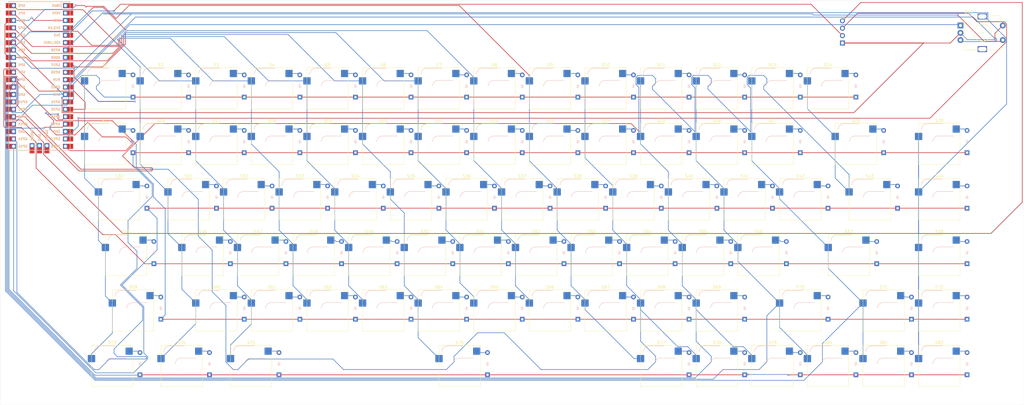
<source format=kicad_pcb>
(kicad_pcb (version 20241229) (generator "pcbnew") (generator_version "9.0")
  (layers (0 "F.Cu" signal) (2 "B.Cu" signal) (13 "F.Paste" user) (15 "B.Paste" user) (5 "F.SilkS" user "F.Silkscreen") (7 "B.SilkS" user "B.Silkscreen") (1 "F.Mask" user) (3 "B.Mask" user) (25 "Edge.Cuts" user))
  (net 0 "")
  (net 1 "Net-(D1-A)")
  (net 2 "Row 0")
  (net 3 "Net-(D2-A)")
  (net 4 "Net-(D3-A)")
  (net 5 "Net-(D4-A)")
  (net 6 "Net-(D5-A)")
  (net 7 "Net-(D6-A)")
  (net 8 "Net-(D7-A)")
  (net 9 "Net-(D8-A)")
  (net 10 "Net-(D9-A)")
  (net 11 "Net-(D10-A)")
  (net 12 "Net-(D11-A)")
  (net 13 "Net-(D12-A)")
  (net 14 "Net-(D13-A)")
  (net 15 "Net-(D14-A)")
  (net 16 "Row 1")
  (net 17 "Net-(D15-A)")
  (net 18 "Net-(D16-A)")
  (net 19 "Net-(D17-A)")
  (net 20 "Net-(D18-A)")
  (net 21 "Net-(D19-A)")
  (net 22 "Net-(D20-A)")
  (net 23 "Net-(D21-A)")
  (net 24 "Net-(D22-A)")
  (net 25 "Net-(D23-A)")
  (net 26 "Net-(D24-A)")
  (net 27 "Net-(D25-A)")
  (net 28 "Net-(D26-A)")
  (net 29 "Net-(D27-A)")
  (net 30 "Net-(D28-A)")
  (net 31 "Row 2")
  (net 32 "Net-(D29-A)")
  (net 33 "Net-(D30-A)")
  (net 34 "Row 3")
  (net 35 "Row 4")
  (net 36 "Net-(D31-A)")
  (net 37 "Row 5")
  (net 38 "Net-(D32-A)")
  (net 39 "Net-(D33-A)")
  (net 40 "Net-(D34-A)")
  (net 41 "Net-(D35-A)")
  (net 42 "Net-(D36-A)")
  (net 43 "Net-(D37-A)")
  (net 44 "Net-(D38-A)")
  (net 45 "Net-(D39-A)")
  (net 46 "Net-(D40-A)")
  (net 47 "Net-(D41-A)")
  (net 48 "Net-(D42-A)")
  (net 49 "Net-(D43-A)")
  (net 50 "Net-(D44-A)")
  (net 51 "Net-(D45-A)")
  (net 52 "Net-(D46-A)")
  (net 53 "Net-(D47-A)")
  (net 54 "Net-(D48-A)")
  (net 55 "Net-(D49-A)")
  (net 56 "Net-(D50-A)")
  (net 57 "Net-(D51-A)")
  (net 58 "Net-(D52-A)")
  (net 59 "Net-(D53-A)")
  (net 60 "Net-(D54-A)")
  (net 61 "Net-(D55-A)")
  (net 62 "Net-(D56-A)")
  (net 63 "Net-(D57-A)")
  (net 64 "Net-(D58-A)")
  (net 65 "Net-(D59-A)")
  (net 66 "Net-(D60-A)")
  (net 67 "Net-(D61-A)")
  (net 68 "Net-(D62-A)")
  (net 69 "Net-(D63-A)")
  (net 70 "Net-(D64-A)")
  (net 71 "Net-(D65-A)")
  (net 72 "Net-(D66-A)")
  (net 73 "Net-(D67-A)")
  (net 74 "Net-(D68-A)")
  (net 75 "Net-(D69-A)")
  (net 76 "Net-(D70-A)")
  (net 77 "Net-(D71-A)")
  (net 78 "Net-(D72-A)")
  (net 79 "Net-(D73-A)")
  (net 80 "Net-(D74-A)")
  (net 81 "Net-(D75-A)")
  (net 82 "Net-(D76-A)")
  (net 83 "Net-(D77-A)")
  (net 84 "Net-(D78-A)")
  (net 85 "Net-(D79-A)")
  (net 86 "Net-(D80-A)")
  (net 87 "Net-(D81-A)")
  (net 88 "OLED SCL")
  (net 89 "OLED SDA")
  (net 90 "OLED 3V3")
  (net 91 "GND")
  (net 92 "Column 1")
  (net 93 "Column 2")
  (net 94 "Column 3")
  (net 95 "Column 4")
  (net 96 "Column 5")
  (net 97 "Column 6")
  (net 98 "Column 7")
  (net 99 "Column 8")
  (net 100 "Column 9")
  (net 101 "Column 10")
  (net 102 "Column 11")
  (net 103 "Column 12")
  (net 104 "Column 13")
  (net 105 "Column 0")
  (net 106 "RotaryLeft")
  (net 107 "RotaryClick")
  (net 108 "RotaryRight")
  (net 114 "Column 14")
  (net 118 "Net-(D82-A)")
  (footprint "ScottoKeebs_Hotswap:Hotswap_MX_1.00u" (layer "F.Cu") (at 214.3125 104.775)
    (property "Reference" "S55")
    (property "Value" "Keyswitch")
  )
  (footprint "ScottoKeebs_Hotswap:Hotswap_MX_1.00u" (layer "F.Cu") (at 104.775 47.625)
    (property "Reference" "S6")
    (property "Value" "Keyswitch")
  )
  (footprint "ScottoKeebs_Hotswap:Hotswap_MX_2.00u" (layer "F.Cu") (at 295.275 66.675)
    (property "Reference" "S29")
    (property "Value" "Keyswitch")
  )
  (footprint "ScottoKeebs_Hotswap:Hotswap_MX_1.00u" (layer "F.Cu") (at 85.725 47.625)
    (property "Reference" "S5")
    (property "Value" "Keyswitch")
  )
  (footprint "ScottoKeebs_Hotswap:Hotswap_MX_1.00u" (layer "F.Cu") (at 171.45 85.725)
    (property "Reference" "S38")
    (property "Value" "Keyswitch")
  )
  (footprint "ScottoKeebs_Hotswap:Hotswap_MX_2.00u" (layer "F.Cu") (at 138.1125 104.775)
    (property "Reference" "S51")
    (property "Value" "Keyswitch")
  )
  (footprint "ScottoKeebs_Hotswap:Hotswap_MX_1.00u" (layer "F.Cu") (at 47.625 66.675)
    (property "Reference" "S17")
    (property "Value" "Keyswitch")
  )
  (footprint "ScottoKeebs_Hotswap:Hotswap_MX_1.00u" (layer "F.Cu") (at 200.025 142.875)
    (property "Reference" "S77")
    (property "Value" "Keyswitch")
  )
  (footprint "ScottoKeebs_Hotswap:Hotswap_MX_1.00u" (layer "F.Cu") (at 11.90625 142.875)
    (property "Reference" "S73")
    (property "Value" "Keyswitch")
  )
  (footprint "ScottoKeebs_Hotswap:Hotswap_MX_1.00u" (layer "F.Cu") (at 100.0125 104.775)
    (property "Reference" "S49")
    (property "Value" "Keyswitch")
  )
  (footprint "ScottoKeebs_Hotswap:Hotswap_MX_1.00u" (layer "F.Cu") (at 130.96875 142.875)
    (property "Reference" "S76")
    (property "Value" "Keyswitch")
  )
  (footprint "ScottoKeebs_Hotswap:Hotswap_MX_1.00u" (layer "F.Cu") (at 14.2875 85.725)
    (property "Reference" "S30")
    (property "Value" "Keyswitch")
  )
  (footprint "ScottoKeebs_Hotswap:Hotswap_MX_1.00u" (layer "F.Cu") (at 85.725 66.675)
    (property "Reference" "S19")
    (property "Value" "Keyswitch")
  )
  (footprint "ScottoKeebs_Hotswap:Hotswap_MX_2.25u" (layer "F.Cu") (at 176.2125 104.775)
    (property "Reference" "S53")
    (property "Value" "Keyswitch")
  )
  (footprint "ScottoKeebs_Hotswap:Hotswap_MX_1.00u" (layer "F.Cu") (at 264.31875 104.775)
    (property "Reference" "S57")
    (property "Value" "Keyswitch")
  )
  (footprint "ScottoKeebs_Hotswap:Hotswap_MX_1.00u" (layer "F.Cu") (at 180.975 123.825)
    (property "Reference" "S67")
    (property "Value" "Keyswitch")
  )
  (footprint "ScottoKeebs_Hotswap:Hotswap_MX_1.50u" (layer "F.Cu") (at 295.275 104.775)
    (property "Reference" "S58")
    (property "Value" "Keyswitch")
  )
  (footprint "ScottoKeebs_Hotswap:Hotswap_MX_1.00u" (layer "F.Cu") (at 257.175 47.625)
    (property "Reference" "S14")
    (property "Value" "Keyswitch")
  )
  (footprint "ScottoKeebs_Hotswap:Hotswap_MX_1.00u" (layer "F.Cu") (at 19.05 123.825)
    (property "Reference" "S59")
    (property "Value" "Keyswitch")
  )
  (footprint "ScottoKeebs_Hotswap:Hotswap_MX_1.00u" (layer "F.Cu") (at 142.875 123.825)
    (property "Reference" "S65")
    (property "Value" "Keyswitch")
  )
  (footprint "ScottoKeebs_Hotswap:Hotswap_MX_1.00u" (layer "F.Cu") (at 295.275 85.725)
    (property "Reference" "S44")
    (property "Value" "Keyswitch")
  )
  (footprint "ScottoKeebs_Hotswap:Hotswap_MX_1.00u" (layer "F.Cu") (at 161.925 66.675)
    (property "Reference" "S23")
    (property "Value" "Keyswitch")
  )
  (footprint "ScottoKeebs_Hotswap:Hotswap_MX_1.00u" (layer "F.Cu") (at 276.225 123.825)
    (property "Reference" "S71")
    (property "Value" "Keyswitch")
  )
  (footprint "ScottoKeebs_Hotswap:Hotswap_MX_1.00u" (layer "F.Cu") (at 104.775 66.675)
    (property "Reference" "S20")
    (property "Value" "Keyswitch")
  )
  (footprint "ScottoKeebs_Hotswap:Hotswap_MX_1.00u" (layer "F.Cu") (at 200.025 66.675)
    (property "Reference" "S25")
    (property "Value" "Keyswitch")
  )
  (footprint "ScottoKeebs_Hotswap:Hotswap_MX_1.00u" (layer "F.Cu") (at 28.575 66.675)
    (property "Reference" "S16")
    (property "Value" "Keyswitch")
  )
  (footprint "ScottoKeebs_Hotswap:Hotswap_MX_1.00u" (layer "F.Cu") (at 219.075 66.675)
    (property "Reference" "S26")
    (property "Value" "Keyswitch")
  )
  (footprint "ScottoKeebs_Hotswap:Hotswap_MX_1.00u" (layer "F.Cu") (at 180.975 47.625)
    (property "Reference" "S10")
    (property "Value" "Keyswitch")
  )
  (footprint "ScottoKeebs_MCU:Raspberry_Pi_Pico" (layer "F.Cu") (at -13 43.4)
    (property "Reference" "U1" (hide yes))
    (property "Value" "Raspberry_Pi_Pico" (hide yes))
  )
  (footprint "ScottoKeebs_Hotswap:Hotswap_MX_1.00u" (layer "F.Cu") (at 200.025 123.825)
    (property "Reference" "S68")
    (property "Value" "Keyswitch")
  )
  (footprint "ScottoKeebs_Hotswap:Hotswap_MX_1.00u" (layer "F.Cu") (at 257.175 142.875)
    (property "Reference" "S80")
    (property "Value" "Keyswitch")
  )
  (footprint "ScottoKeebs_Hotswap:Hotswap_MX_1.00u" (layer "F.Cu") (at 123.825 66.675)
    (property "Reference" "S21")
    (property "Value" "Keyswitch")
  )
  (footprint "ScottoKeebs_Hotswap:Hotswap_MX_1.25u" (layer "F.Cu") (at 85.725 123.825)
    (property "Reference" "S62")
    (property "Value" "Keyswitch")
  )
  (footprint "ScottoKeebs_Hotswap:Hotswap_MX_1.00u" (layer "F.Cu") (at 28.575 47.625)
    (property "Reference" "S2")
    (property "Value" "Keyswitch")
  )
  (footprint "ScottoKeebs_Hotswap:Hotswap_MX_1.00u" (layer "F.Cu") (at 80.9625 104.775)
    (property "Reference" "S48")
    (property "Value" "Keyswitch")
  )
  (footprint "ScottoKeebs_Hotswap:Hotswap_MX_2.00u" (layer "F.Cu") (at 161.925 123.825)
    (property "Reference" "S66")
    (property "Value" "Keyswitch")
  )
  (footprint "ScottoKeebs_Hotswap:Hotswap_MX_1.00u" (layer "F.Cu") (at 76.2 85.725)
    (property "Reference" "S33")
    (property "Value" "Keyswitch")
  )
  (footprint "ScottoKeebs_Hotswap:Hotswap_MX_1.00u" (layer "F.Cu") (at 123.825 47.625)
    (property "Reference" "S7")
    (property "Value" "Keyswitch")
  )
  (footprint "ScottoKeebs_Hotswap:Hotswap_MX_1.00u" (layer "F.Cu") (at 247.65 123.825)
    (property "Reference" "S70")
    (property "Value" "Keyswitch")
  )
  (footprint "ScottoKeebs_Hotswap:Hotswap_MX_1.00u" (layer "F.Cu") (at 133.35 85.725)
    (property "Reference" "S36")
    (property "Value" "Keyswitch")
  )
  (footprint "ScottoKeebs_Hotswap:Hotswap_MX_1.00u" (layer "F.Cu") (at 142.875 47.625)
    (property "Reference" "S8")
    (property "Value" "Keyswitch")
  )
  (footprint "ScottoKeebs_Hotswap:Hotswap_MX_1.00u" (layer "F.Cu") (at 276.225 142.875)
    (property "Reference" "S81")
    (property "Value" "Keyswitch")
  )
  (footprint "ScottoKeebs_Hotswap:Hotswap_MX_1.00u" (layer "F.Cu") (at 161.925 47.625)
    (property "Reference" "S9")
    (property "Value" "Keyswitch")
  )
  (footprint "ScottoKeebs_Hotswap:Hotswap_MX_1.00u" (layer "F.Cu") (at 66.675 66.675)
    (property "Reference" "S18")
    (property "Value" "Keyswitch")
  )
  (footprint "Rotary_Encoder:RotaryEncoder_Alps_EC11E-Switch_Vertical_H20mm" (layer "F.Cu") (at 302.5375 26.0875)
    (property "Reference" "SW1")
    (property "Value" "RotaryEncoder_Switch")
  )
  (footprint "ScottoKeebs_Hotswap:Hotswap_MX_1.00u" (layer "F.Cu") (at 142.875 66.675)
    (property "Reference" "S22")
    (property "Value" "Keyswitch")
  )
  (footprint "ScottoKeebs_Hotswap:Hotswap_MX_1.00u" (layer "F.Cu") (at 219.075 47.625)
    (property "Reference" "S12")
    (property "Value" "Keyswitch")
  )
  (footprint "ScottoKeebs_Hotswap:Hotswap_MX_1.00u" (layer "F.Cu") (at 119.0625 104.775)
    (property "Reference" "S50")
    (property "Value" "Keyswitch")
  )
  (footprint "ScottoKeebs_Hotswap:Hotswap_MX_1.00u" (layer "F.Cu") (at 295.275 142.875)
    (property "Reference" "S82")
    (property "Value" "Keyswitch")
  )
  (footprint "ScottoKeebs_Hotswap:Hotswap_MX_1.00u" (layer "F.Cu") (at 219.075 142.875)
    (property "Reference" "S78")
    (property "Value" "Keyswitch")
  )
  (footprint "ScottoKeebs_Hotswap:Hotswap_MX_1.00u" (layer "F.Cu") (at 114.3 85.725)
    (property "Reference" "S35")
    (property "Value" "Keyswitch")
  )
  (footprint "ScottoKeebs_Hotswap:Hotswap_MX_1.00u" (layer "F.Cu") (at 157.1625 104.775)
    (property "Reference" "S52")
    (property "Value" "Keyswitch")
  )
  (footprint "ScottoKeebs_Hotswap:Hotswap_MX_1.00u" (layer "F.Cu") (at 219.075 123.825)
    (property "Reference" "S69")
    (property "Value" "Keyswitch")
  )
  (footprint "ScottoKeebs_Hotswap:Hotswap_MX_1.00u" (layer "F.Cu") (at 59.53125 142.875)
    (property "Reference" "S75")
    (property "Value" "Keyswitch")
  )
  (footprint "ScottoKeebs_Hotswap:Hotswap_MX_1.00u" (layer "F.Cu") (at 266.7 66.675)
    (property "Reference" "S28")
    (property "Value" "Keyswitch")
  )
  (footprint "ScottoKeebs_Hotswap:Hotswap_MX_1.75u" (layer "F.Cu") (at 152.4 85.725)
    (property "Reference" "S37")
    (property "Value" "Keyswitch")
  )
  (footprint "ScottoKeebs_Hotswap:Hotswap_MX_1.00u" (layer "F.Cu") (at 233.3625 104.775)
    (property "Reference" "S56")
    (property "Value" "Keyswitch")
  )
  (footprint "ScottoKeebs_Hotswap:Hotswap_MX_1.00u" (layer "F.Cu") (at 61.9125 104.775)
    (property "Reference" "S47")
    (property "Value" "Keyswitch")
  )
  (footprint "ScottoKeebs_Hotswap:Hotswap_MX_1.00u" (layer "F.Cu") (at 35.71875 142.875)
    (property "Reference" "S74")
    (property "Value" "Keyswitch")
  )
  (footprint "ScottoKeebs_Hotswap:Hotswap_MX_1.00u" (layer "F.Cu") (at 57.15 85.725)
    (property "Reference" "S32")
    (property "Value" "Keyswitch")
  )
  (footprint "ScottoKeebs_Hotswap:Hotswap_MX_1.25u" (layer "F.Cu") (at 66.675 123.825)
    (property "Reference" "S61")
    (property "Value" "Keyswitch")
  )
  (footprint "ScottoKeebs_Hotswap:Hotswap_MX_1.00u" (layer "F.Cu") (at 228.6 85.725)
    (property "Reference" "S41")
    (property "Value" "Keyswitch")
  )
  (footprint "ScottoKeebs_Hotswap:Hotswap_MX_1.00u" (layer "F.Cu") (at 95.25 85.725)
    (property "Reference" "S34")
    (property "Value" "Keyswitch")
  )
  (footprint "ScottoKeebs_Hotswap:Hotswap_MX_1.25u" (layer "F.Cu") (at 104.775 123.825)
    (property "Reference" "S63")
    (property "Value" "Keyswitch")
  )
  (footprint "ScottoKeebs_Hotswap:Hotswap_MX_1.00u" (layer "F.Cu") (at 38.1 85.725)
    (property "Reference" "S31")
    (property "Value" "Keyswitch")
  )
  (footprint "ScottoKeebs_Hotswap:Hotswap_MX_1.00u" (layer "F.Cu") (at 123.825 123.825)
    (property "Reference" "S64")
    (property "Value" "Keyswitch")
  )
  (footprint "ScottoKeebs_Hotswap:Hotswap_MX_1.00u" (layer "F.Cu") (at 200.025 47.625)
    (property "Reference" "S11")
    (property "Value" "Keyswitch")
  )
  (footprint "ScottoKeebs_Hotswap:Hotswap_MX_1.00u" (layer "F.Cu") (at 271.4625 85.725)
    (property "Reference" "S43")
    (property "Value" "Keyswitch")
  )
  (footprint "ScottoKeebs_Hotswap:Hotswap_MX_1.00u" (layer "F.Cu") (at 238.125 142.875)
    (property "Reference" "S79")
    (property "Value" "Keyswitch")
  )
  (footprint "ScottoKeebs_Hotswap:Hotswap_MX_6.25u" (layer "F.Cu") (at 47.625 123.825)
    (property "Reference" "S60")
    (property "Value" "Keyswitch")
  )
  (footprint "ScottoKeebs_Hotswap:Hotswap_MX_1.50u" (layer "F.Cu") (at 190.5 85.725)
    (property "Reference" "S39")
    (property "Value" "Keyswitch")
  )
  (footprint "ScottoKeebs_Hotswap:Hotswap_MX_1.00u" (layer "F.Cu") (at 238.125 47.625)
    (property "Reference" "S13")
    (property "Value" "Keyswitch")
  )
  (footprint "ScottoKeebs_Hotswap:Hotswap_MX_1.00u" (layer "F.Cu") (at 238.125 66.675)
    (property "Reference" "S27")
    (property "Value" "Keyswitch")
  )
  (footprint "ScottoKeebs_Hotswap:Hotswap_MX_1.00u" (layer "F.Cu") (at 180.975 66.675)
    (property "Reference" "S24")
    (property "Value" "Keyswitch")
  )
  (footprint "ScottoKeebs_Hotswap:Hotswap_MX_1.00u" (layer "F.Cu") (at 16.66875 104.775)
    (property "Reference" "S45")
    (property "Value" "Keyswitch")
  )
  (footprint "ScottoKeebs_Hotswap:Hotswap_MX_1.00u" (layer "F.Cu") (at 66.675 47.625)
    (property "Reference" "S4")
    (property "Value" "Keyswitch")
  )
  (footprint "ScottoKeebs_Hotswap:Hotswap_MX_1.00u" (layer "F.Cu") (at 247.65 85.725)
    (property "Reference" "S42")
    (property "Value" "Keyswitch")
  )
  (footprint "ScottoKeebs_Hotswap:Hotswap_MX_1.00u" (layer "F.Cu") (at 195.2625 104.775)
    (property "Reference" "S54")
    (property "Value" "Keyswitch")
  )
  (footprint "ScottoKeebs_Hotswap:Hotswap_MX_1.00u" (layer "F.Cu") (at 42.8625 104.775)
    (property "Reference" "S46")
    (property "Value" "Keyswitch")
  )
  (footprint "ScottoKeebs_Components:OLED_128x32" (layer "F.Cu") (at 260.5 22.3)
    (property "Reference" "J1" (hide yes))
    (property "Value" "OLED_128x32")
  )
  (footprint "ScottoKeebs_Hotswap:Hotswap_MX_1.00u" (layer "F.Cu") (at 9.525 47.625)
    (property "Reference" "S1")
    (property "Value" "Keyswitch")
  )
  (footprint "ScottoKeebs_Hotswap:Hotswap_MX_1.00u" (layer "F.Cu") (at 47.625 47.625)
    (property "Reference" "S3")
    (property "Value" "Keyswitch")
  )
  (footprint "ScottoKeebs_Hotswap:Hotswap_MX_1.00u" (layer "F.Cu") (at 9.525 66.675)
    (property "Reference" "S15")
    (property "Value" "Keyswitch")
  )
  (footprint "ScottoKeebs_Hotswap:Hotswap_MX_1.00u" (layer "F.Cu") (at 295.275 123.825)
    (property "Reference" "S72")
    (property "Value" "Keyswitch")
  )
  (footprint "ScottoKeebs_Hotswap:Hotswap_MX_1.00u" (layer "F.Cu") (at 209.55 85.725)
    (property "Reference" "S40")
    (property "Value" "Keyswitch")
  )
  (footprint "ScottoKeebs_Components:Diode_DO-35" (layer "B.Cu") (at 228.6 126.855 90)
    (property "Reference" "D69" (hide yes))
    (property "Value" "Diode" (hide yes))
  )
  (footprint "ScottoKeebs_Components:Diode_DO-35" (layer "B.Cu") (at 76.2 69.705 90)
    (property "Reference" "D18" (hide yes))
    (property "Value" "Diode" (hide yes))
  )
  (footprint "ScottoKeebs_Components:Diode_DO-35" (layer "B.Cu") (at 71.4375 107.805 90)
    (property "Reference" "D47" (hide yes))
    (property "Value" "Diode" (hide yes))
  )
  (footprint "ScottoKeebs_Components:Diode_DO-35" (layer "B.Cu") (at 257.175 126.855 90)
    (property "Reference" "D70" (hide yes))
    (property "Value" "Diode" (hide yes))
  )
  (footprint "ScottoKeebs_Components:Diode_DO-35" (layer "B.Cu") (at 147.6375 107.805 90)
    (property "Reference" "D51" (hide yes))
    (property "Value" "Diode" (hide yes))
  )
  (footprint "ScottoKeebs_Components:Diode_DO-35" (layer "B.Cu") (at 228.6 50.655 90)
    (property "Reference" "D12" (hide yes))
    (property "Value" "Diode" (hide yes))
  )
  (footprint "ScottoKeebs_Components:Diode_DO-35" (layer "B.Cu") (at 142.875 88.755 90)
    (property "Reference" "D36" (hide yes))
    (property "Value" "Diode" (hide yes))
  )
  (footprint "ScottoKeebs_Components:Diode_DO-35" (layer "B.Cu") (at 190.5 69.705 90)
    (property "Reference" "D24" (hide yes))
    (property "Value" "Diode" (hide yes))
  )
  (footprint "ScottoKeebs_Components:Diode_DO-35" (layer "B.Cu") (at 190.5 50.655 90)
    (property "Reference" "D10" (hide yes))
    (property "Value" "Diode" (hide yes))
  )
  (footprint "ScottoKeebs_Components:Diode_DO-35" (layer "B.Cu") (at 304.8 88.755 90)
    (property "Reference" "D44" (hide yes))
    (property "Value" "Diode" (hide yes))
  )
  (footprint "ScottoKeebs_Components:Diode_DO-35" (layer "B.Cu") (at 57.15 50.655 90)
    (property "Reference" "D3" (hide yes))
    (property "Value" "Diode" (hide yes))
  )
  (footprint "ScottoKeebs_Components:Diode_DO-35" (layer "B.Cu") (at 180.975 88.755 90)
    (property "Reference" "D38" (hide yes))
    (property "Value" "Diode" (hide yes))
  )
  (footprint "ScottoKeebs_Components:Diode_DO-35" (layer "B.Cu") (at 76.2 126.855 90)
    (property "Reference" "D61" (hide yes))
    (property "Value" "Diode" (hide yes))
  )
  (footprint "ScottoKeebs_Components:Diode_DO-35" (layer "B.Cu") (at 238.125 88.755 90)
    (property "Reference" "D41" (hide yes))
    (property "Value" "Diode" (hide yes))
  )
  (footprint "ScottoKeebs_Components:Diode_DO-35" (layer "B.Cu") (at 95.25 50.655 90)
    (property "Reference" "D5" (hide yes))
    (property "Value" "Diode" (hide yes))
  )
  (footprint "ScottoKeebs_Components:Diode_DO-35" (layer "B.Cu") (at 242.8875 107.805 90)
    (property "Reference" "D56" (hide yes))
    (property "Value" "Diode" (hide yes))
  )
  (footprint "ScottoKeebs_Components:Diode_DO-35" (layer "B.Cu") (at 69.05625 145.905 90)
    (property "Reference" "D75" (hide yes))
    (property "Value" "Diode" (hide yes))
  )
  (footprint "ScottoKeebs_Components:Diode_DO-35" (layer "B.Cu") (at 152.4 50.655 90)
    (property "Reference" "D8" (hide yes))
    (property "Value" "Diode" (hide yes))
  )
  (footprint "ScottoKeebs_Components:Diode_DO-35" (layer "B.Cu") (at 21.43125 145.905 90)
    (property "Reference" "D73" (hide yes))
    (property "Value" "Diode" (hide yes))
  )
  (footprint "ScottoKeebs_Components:Diode_DO-35" (layer "B.Cu") (at 38.1 69.705 90)
    (property "Reference" "D16" (hide yes))
    (property "Value" "Diode" (hide yes))
  )
  (footprint "ScottoKeebs_Components:Diode_DO-35" (layer "B.Cu") (at 171.45 126.855 90)
    (property "Reference" "D66" (hide yes))
    (property "Value" "Diode" (hide yes))
  )
  (footprint "ScottoKeebs_Components:Diode_DO-35" (layer "B.Cu") (at 304.8 126.855 90)
    (property "Reference" "D72" (hide yes))
    (property "Value" "Diode" (hide yes))
  )
  (footprint "ScottoKeebs_Components:Diode_DO-35" (layer "B.Cu") (at 114.3 50.655 90)
    (property "Reference" "D6" (hide yes))
    (property "Value" "Diode" (hide yes))
  )
  (footprint "ScottoKeebs_Components:Diode_DO-35" (layer "B.Cu") (at 114.3 69.705 90)
    (property "Reference" "D20" (hide yes))
    (property "Value" "Diode" (hide yes))
  )
  (footprint "ScottoKeebs_Components:Diode_DO-35" (layer "B.Cu") (at 133.35 126.855 90)
    (property "Reference" "D64" (hide yes))
    (property "Value" "Diode" (hide yes))
  )
  (footprint "ScottoKeebs_Components:Diode_DO-35" (layer "B.Cu") (at 152.4 69.705 90)
    (property "Reference" "D22" (hide yes))
    (property "Value" "Diode" (hide yes))
  )
  (footprint "ScottoKeebs_Components:Diode_DO-35" (layer "B.Cu") (at 52.3875 107.805 90)
    (property "Reference" "D46" (hide yes))
    (property "Value" "Diode" (hide yes))
  )
  (footprint "ScottoKeebs_Components:Diode_DO-35" (layer "B.Cu") (at 152.4 126.855 90)
    (property "Reference" "D65" (hide yes))
    (property "Value" "Diode" (hide yes))
  )
  (footprint "ScottoKeebs_Components:Diode_DO-35" (layer "B.Cu") (at 171.45 50.655 90)
    (property "Reference" "D9" (hide yes))
    (property "Value" "Diode" (hide yes))
  )
  (footprint "ScottoKeebs_Components:Diode_DO-35" (layer "B.Cu") (at 26.19375 107.805 90)
    (property "Reference" "D45" (hide yes))
    (property "Value" "Diode" (hide yes))
  )
  (footprint "ScottoKeebs_Components:Diode_DO-35" (layer "B.Cu") (at 280.9875 88.755 90)
    (property "Reference" "D43" (hide yes))
    (property "Value" "Diode" (hide yes))
  )
  (footprint "ScottoKeebs_Components:Diode_DO-35" (layer "B.Cu") (at 276.225 69.705 90)
    (property "Reference" "D28" (hide yes))
    (property "Value" "Diode" (hide yes))
  )
  (footprint "ScottoKeebs_Components:Diode_DO-35" (layer "B.Cu") (at 209.55 145.905 90)
    (property "Reference" "D77" (hide yes))
    (property "Value" "Diode" (hide yes))
  )
  (footprint "ScottoKeebs_Components:Diode_DO-35" (layer "B.Cu") (at 123.825 88.755 90)
    (property "Reference" "D35" (hide yes))
    (property "Value" "Diode" (hide yes))
  )
  (footprint "ScottoKeebs_Components:Diode_DO-35" (layer "B.Cu") (at 228.6 69.705 90)
    (property "Reference" "D26" (hide yes))
    (property "Value" "Diode" (hide yes))
  )
  (footprint "ScottoKeebs_Components:Diode_DO-35" (layer "B.Cu") (at 95.25 126.855 90)
    (property "Reference" "D62" (hide yes))
    (property "Value" "Diode" (hide yes))
  )
  (footprint "ScottoKeebs_Components:Diode_DO-35" (layer "B.Cu") (at 19.05 50.655 90)
    (property "Reference" "D1" (hide yes))
    (property "Value" "Diode" (hide yes))
  )
  (footprint "ScottoKeebs_Components:Diode_DO-35" (layer "B.Cu") (at 171.45 69.705 90)
    (property "Reference" "D23" (hide yes))
    (property "Value" "Diode" (hide yes))
  )
  (footprint "ScottoKeebs_Components:Diode_DO-35" (layer "B.Cu") (at 95.25 69.705 90)
    (property "Reference" "D19" (hide yes))
    (property "Value" "Diode" (hide yes))
  )
  (footprint "ScottoKeebs_Components:Diode_DO-35" (layer "B.Cu") (at 166.6875 107.805 90)
    (property "Reference" "D52" (hide yes))
    (property "Value" "Diode" (hide yes))
  )
  (footprint "ScottoKeebs_Components:Diode_DO-35" (layer "B.Cu") (at 204.7875 107.805 90)
    (property "Reference" "D54" (hide yes))
    (property "Value" "Diode" (hide yes))
  )
  (footprint "ScottoKeebs_Components:Diode_DO-35" (layer "B.Cu") (at 247.65 69.705 90)
    (property "Reference" "D27" (hide yes))
    (property "Value" "Diode" (hide yes))
  )
  (footprint "ScottoKeebs_Components:Diode_DO-35" (layer "B.Cu") (at 76.2 50.655 90)
    (property "Reference" "D4" (hide yes))
    (property "Value" "Diode" (hide yes))
  )
  (footprint "ScottoKeebs_Components:Diode_DO-35" (layer "B.Cu") (at 185.7375 107.805 90)
    (property "Reference" "D53" (hide yes))
    (property "Value" "Diode" (hide yes))
  )
  (footprint "ScottoKeebs_Components:Diode_DO-35" (layer "B.Cu") (at 266.7 50.655 90)
    (property "Reference" "D14" (hide yes))
    (property "Value" "Diode" (hide yes))
  )
  (footprint "ScottoKeebs_Components:Diode_DO-35" (layer "B.Cu") (at 85.725 88.755 90)
    (property "Reference" "D33" (hide yes))
    (property "Value" "Diode" (hide yes))
  )
  (footprint "ScottoKeebs_Components:Diode_DO-35" (layer "B.Cu") (at 200.025 88.755 90)
    (property "Reference" "D39" (hide yes))
    (property "Value" "Diode" (hide yes))
  )
  (footprint "ScottoKeebs_Components:Diode_DO-35" (layer "B.Cu") (at 209.55 126.855 90)
    (property "Reference" "D68" (hide yes))
    (property "Value" "Diode" (hide yes))
  )
  (footprint "ScottoKeebs_Components:Diode_DO-35" (layer "B.Cu") (at 304.8 107.805 90)
    (property "Reference" "D58" (hide yes))
    (property "Value" "Diode" (hide yes))
  )
  (footprint "ScottoKeebs_Components:Diode_DO-35" (layer "B.Cu") (at 285.75 145.905 90)
    (property "Reference" "D81" (hide yes))
    (property "Value" "Diode" (hide yes))
  )
  (footprint "ScottoKeebs_Components:Diode_DO-35" (layer "B.Cu") (at 104.775 88.755 90)
    (property "Reference" "D34" (hide yes))
    (property "Value" "Diode" (hide yes))
  )
  (footprint "ScottoKeebs_Components:Diode_DO-35" (layer "B.Cu") (at 304.8 145.905 90)
    (property "Reference" "D82" (hide yes))
    (property "Value" "Diode" (hide yes))
  )
  (footprint "ScottoKeebs_Components:Diode_DO-35" (layer "B.Cu") (at 140.49375 145.905 90)
    (property "Reference" "D76" (hide yes))
    (property "Value" "Diode" (hide yes))
  )
  (footprint "ScottoKeebs_Components:Diode_DO-35" (layer "B.Cu") (at 128.5875 107.805 90)
    (property "Reference" "D50" (hide yes))
    (property "Value" "Diode" (hide yes))
  )
  (footprint "ScottoKeebs_Components:Diode_DO-35" (layer "B.Cu") (at 133.35 69.705 90)
    (property "Reference" "D21" (hide yes))
    (property "Value" "Diode" (hide yes))
  )
  (footprint "ScottoKeebs_Components:Diode_DO-35" (layer "B.Cu") (at 209.55 69.705 90)
    (property "Reference" "D25" (hide yes))
    (property "Value" "Diode" (hide yes))
  )
  (footprint "ScottoKeebs_Components:Diode_DO-35" (layer "B.Cu") (at 285.75 126.855 90)
    (property "Reference" "D71" (hide yes))
    (property "Value" "Diode" (hide yes))
  )
  (footprint "ScottoKeebs_Components:Diode_DO-35" (layer "B.Cu") (at 47.625 88.755 90)
    (property "Reference" "D31" (hide yes))
    (property "Value" "Diode" (hide yes))
  )
  (footprint "ScottoKeebs_Components:Diode_DO-35" (layer "B.Cu") (at 228.6 145.905 90)
    (property "Reference" "D78" (hide yes))
    (property "Value" "Diode" (hide yes))
  )
  (footprint "ScottoKeebs_Components:Diode_DO-35" (layer "B.Cu") (at 90.4875 107.805 90)
    (property "Reference" "D48" (hide yes))
    (property "Value" "Diode" (hide yes))
  )
  (footprint "ScottoKeebs_Components:Diode_DO-35" (layer "B.Cu") (at 247.65 145.905 90)
    (property "Reference" "D79" (hide yes))
    (property "Value" "Diode" (hide yes))
  )
  (footprint "ScottoKeebs_Components:Diode_DO-35" (layer "B.Cu") (at 133.35 50.655 90)
    (property "Reference" "D7" (hide yes))
    (property "Value" "Diode" (hide yes))
  )
  (footprint "ScottoKeebs_Components:Diode_DO-35" (layer "B.Cu") (at 19.05 69.705 90)
    (property "Reference" "D15" (hide yes))
    (property "Value" "Diode" (hide yes))
  )
  (footprint "ScottoKeebs_Components:Diode_DO-35" (layer "B.Cu") (at 190.5 126.855 90)
    (property "Reference" "D67" (hide yes))
    (property "Value" "Diode" (hide yes))
  )
  (footprint "ScottoKeebs_Components:Diode_DO-35" (layer "B.Cu") (at 109.5375 107.805 90)
    (property "Reference" "D49" (hide yes))
    (property "Value" "Diode" (hide yes))
  )
  (footprint "ScottoKeebs_Components:Diode_DO-35" (layer "B.Cu") (at 66.675 88.755 90)
    (property "Reference" "D32" (hide yes))
    (property "Value" "Diode" (hide yes))
  )
  (footprint "ScottoKeebs_Components:Diode_DO-35" (layer "B.Cu") (at 266.7 145.905 90)
    (property "Reference" "D80" (hide yes))
    (property "Value" "Diode" (hide yes))
  )
  (footprint "ScottoKeebs_Components:Diode_DO-35" (layer "B.Cu") (at 23.8125 88.755 90)
    (property "Reference" "D30" (hide yes))
    (property "Value" "Diode" (hide yes))
  )
  (footprint "ScottoKeebs_Components:Diode_DO-35" (layer "B.Cu") (at 57.15 69.705 90)
    (property "Reference" "D17" (hide yes))
    (property "Value" "Diode" (hide yes))
  )
  (footprint "ScottoKeebs_Components:Diode_DO-35" (layer "B.Cu") (at 209.55 50.655 90)
    (property "Reference" "D11" (hide yes))
    (property "Value" "Diode" (hide yes))
  )
  (footprint "ScottoKeebs_Components:Diode_DO-35" (layer "B.Cu") (at 223.8375 107.805 90)
    (property "Reference" "D55" (hide yes))
    (property "Value" "Diode" (hide yes))
  )
  (footprint "ScottoKeebs_Components:Diode_DO-35" (layer "B.Cu") (at 161.925 88.755 90)
    (property "Reference" "D37" (hide yes))
    (property "Value" "Diode" (hide yes))
  )
  (footprint "ScottoKeebs_Components:Diode_DO-35" (layer "B.Cu") (at 247.65 50.655 90)
    (property "Reference" "D13" (hide yes))
    (property "Value" "Diode" (hide yes))
  )
  (footprint "ScottoKeebs_Components:Diode_DO-35" (layer "B.Cu") (at 38.1 50.655 90)
    (property "Reference" "D2" (hide yes))
    (property "Value" "Diode" (hide yes))
  )
  (footprint "ScottoKeebs_Components:Diode_DO-35" (layer "B.Cu") (at 273.84375 107.805 90)
    (property "Reference" "D57" (hide yes))
    (property "Value" "Diode" (hide yes))
  )
  (footprint "ScottoKeebs_Components:Diode_DO-35" (layer "B.Cu") (at 219.075 88.755 90)
    (property "Reference" "D40" (hide yes))
    (property "Value" "Diode" (hide yes))
  )
  (footprint "ScottoKeebs_Components:Diode_DO-35" (layer "B.Cu") (at 257.175 88.755 90)
    (property "Reference" "D42" (hide yes))
    (property "Value" "Diode" (hide yes))
  )
  (footprint "ScottoKeebs_Components:Diode_DO-35" (layer "B.Cu") (at 57.15 126.855 90)
    (property "Reference" "D60" (hide yes))
    (property "Value" "Diode" (hide yes))
  )
  (footprint "ScottoKeebs_Components:Diode_DO-35" (layer "B.Cu") (at 45.24375 145.905 90)
    (property "Reference" "D74" (hide yes))
    (property "Value" "Diode" (hide yes))
  )
  (footprint "ScottoKeebs_Components:Diode_DO-35" (layer "B.Cu") (at 304.8 69.705 90)
    (property "Reference" "D29" (hide yes))
    (property "Value" "Diode" (hide yes))
  )
  (footprint "ScottoKeebs_Components:Diode_DO-35" (layer "B.Cu") (at 28.575 126.855 90)
    (property "Reference" "D59" (hide yes))
    (property "Value" "Diode" (hide yes))
  )
  (footprint "ScottoKeebs_Components:Diode_DO-35" (layer "B.Cu") (at 114.3 126.855 90)
    (property "Reference" "D63" (hide yes))
    (property "Value" "Diode" (hide yes))
  )
  (gr_rect (start -26.5 17.6) (end 324.3 156.2) (stroke (width 0.05)) (fill no) (layer "Edge.Cuts"))
  (segment (start 15.367 42.545) (end 15.095 42.545) (width 0.2) (layer "B.Cu") (net 1))
  (segment (start 18.56 42.545) (end 19.05 43.035) (width 0.2) (layer "B.Cu") (net 1))
  (segment (start 15.367 42.545) (end 18.56 42.545) (width 0.2) (layer "B.Cu") (net 1))
  (segment (start 15.095 42.545) (end 14.605 43.035) (width 0.2) (layer "B.Cu") (net 1))
  (segment (start 247.65 50.655) (end 266.7 50.655) (width 0.2) (layer "F.Cu") (net 2))
  (segment (start 19.05 50.655) (end 247.65 50.655) (width 0.2) (layer "F.Cu") (net 2))
  (segment (start 6.492065 47.938239) (end 6.492065 46.961) (width 0.2) (layer "B.Cu") (net 2))
  (segment (start 19.05 50.655) (end 9.208826 50.655) (width 0.2) (layer "B.Cu") (net 2))
  (segment (start -3.63324 53.441) (end -15.421 53.441) (width 0.2) (layer "B.Cu") (net 2))
  (segment (start -1.3 46.01384) (end -1.3 51.10776) (width 0.2) (layer "B.Cu") (net 2))
  (segment (start -1.3 51.10776) (end -3.63324 53.441) (width 0.2) (layer "B.Cu") (net 2))
  (segment (start 6.492065 43.209) (end 1.50484 43.209) (width 0.2) (layer "B.Cu") (net 2))
  (segment (start 9.208826 50.655) (end 6.492065 47.938239) (width 0.2) (layer "B.Cu") (net 2))
  (segment (start 6.492065 46.961) (end 7.591 45.862065) (width 0.2) (layer "B.Cu") (net 2))
  (segment (start -15.421 53.441) (end -21.89 59.91) (width 0.2) (layer "B.Cu") (net 2))
  (segment (start 7.591 44.307935) (end 6.492065 43.209) (width 0.2) (layer "B.Cu") (net 2))
  (segment (start 1.50484 43.209) (end -1.3 46.01384) (width 0.2) (layer "B.Cu") (net 2))
  (segment (start 7.591 45.862065) (end 7.591 44.307935) (width 0.2) (layer "B.Cu") (net 2))
  (segment (start 34.417 42.545) (end 37.61 42.545) (width 0.2) (layer "B.Cu") (net 3))
  (segment (start 37.61 42.545) (end 38.1 43.035) (width 0.2) (layer "B.Cu") (net 3))
  (segment (start 34.417 42.545) (end 34.145 42.545) (width 0.2) (layer "B.Cu") (net 3))
  (segment (start 34.145 42.545) (end 33.655 43.035) (width 0.2) (layer "B.Cu") (net 3))
  (segment (start 53.195 42.545) (end 52.705 43.035) (width 0.2) (layer "B.Cu") (net 4))
  (segment (start 53.467 42.545) (end 56.66 42.545) (width 0.2) (layer "B.Cu") (net 4))
  (segment (start 56.66 42.545) (end 57.15 43.035) (width 0.2) (layer "B.Cu") (net 4))
  (segment (start 53.467 42.545) (end 53.195 42.545) (width 0.2) (layer "B.Cu") (net 4))
  (segment (start 75.71 42.545) (end 76.2 43.035) (width 0.2) (layer "B.Cu") (net 5))
  (segment (start 72.245 42.545) (end 71.755 43.035) (width 0.2) (layer "B.Cu") (net 5))
  (segment (start 72.517 42.545) (end 72.245 42.545) (width 0.2) (layer "B.Cu") (net 5))
  (segment (start 72.517 42.545) (end 75.71 42.545) (width 0.2) (layer "B.Cu") (net 5))
  (segment (start 91.567 42.545) (end 91.295 42.545) (width 0.2) (layer "B.Cu") (net 6))
  (segment (start 91.295 42.545) (end 90.805 43.035) (width 0.2) (layer "B.Cu") (net 6))
  (segment (start 91.567 42.545) (end 94.76 42.545) (width 0.2) (layer "B.Cu") (net 6))
  (segment (start 94.76 42.545) (end 95.25 43.035) (width 0.2) (layer "B.Cu") (net 6))
  (segment (start 110.617 42.545) (end 113.81 42.545) (width 0.2) (layer "B.Cu") (net 7))
  (segment (start 113.81 42.545) (end 114.3 43.035) (width 0.2) (layer "B.Cu") (net 7))
  (segment (start 110.617 42.545) (end 110.345 42.545) (width 0.2) (layer "B.Cu") (net 7))
  (segment (start 110.345 42.545) (end 109.855 43.035) (width 0.2) (layer "B.Cu") (net 7))
  (segment (start 131.14125 43.035) (end 133.35 43.035) (width 0.2) (layer "B.Cu") (net 8))
  (segment (start 129.395 42.545) (end 128.905 43.035) (width 0.2) (layer "B.Cu") (net 8))
  (segment (start 130.65125 42.545) (end 131.14125 43.035) (width 0.2) (layer "B.Cu") (net 8))
  (segment (start 129.667 42.545) (end 130.65125 42.545) (width 0.2) (layer "B.Cu") (net 8))
  (segment (start 129.667 42.545) (end 129.395 42.545) (width 0.2) (layer "B.Cu") (net 8))
  (segment (start 151.91 42.545) (end 152.4 43.035) (width 0.2) (layer "B.Cu") (net 9))
  (segment (start 148.717 42.545) (end 148.445 42.545) (width 0.2) (layer "B.Cu") (net 9))
  (segment (start 148.445 42.545) (end 147.955 43.035) (width 0.2) (layer "B.Cu") (net 9))
  (segment (start 148.717 42.545) (end 151.91 42.545) (width 0.2) (layer "B.Cu") (net 9))
  (segment (start 167.495 42.545) (end 167.005 43.035) (width 0.2) (layer "B.Cu") (net 10))
  (segment (start 167.767 42.545) (end 167.495 42.545) (width 0.2) (layer "B.Cu") (net 10))
  (segment (start 170.96 42.545) (end 171.45 43.035) (width 0.2) (layer "B.Cu") (net 10))
  (segment (start 167.767 42.545) (end 170.96 42.545) (width 0.2) (layer "B.Cu") (net 10))
  (segment (start 187.80125 42.545) (end 188.29125 43.035) (width 0.2) (layer "B.Cu") (net 11))
  (segment (start 186.817 42.545) (end 186.545 42.545) (width 0.2) (layer "B.Cu") (net 11))
  (segment (start 188.29125 43.035) (end 190.5 43.035) (width 0.2) (layer "B.Cu") (net 11))
  (segment (start 186.545 42.545) (end 186.055 43.035) (width 0.2) (layer "B.Cu") (net 11))
  (segment (start 186.817 42.545) (end 187.80125 42.545) (width 0.2) (layer "B.Cu") (net 11))
  (segment (start 205.867 42.545) (end 209.06 42.545) (width 0.2) (layer "B.Cu") (net 12))
  (segment (start 209.06 42.545) (end 209.55 43.035) (width 0.2) (layer "B.Cu") (net 12))
  (segment (start 205.595 42.545) (end 205.105 43.035) (width 0.2) (layer "B.Cu") (net 12))
  (segment (start 205.867 42.545) (end 205.595 42.545) (width 0.2) (layer "B.Cu") (net 12))
  (segment (start 226.39125 43.035) (end 228.6 43.035) (width 0.2) (layer "B.Cu") (net 13))
  (segment (start 224.645 42.545) (end 224.155 43.035) (width 0.2) (layer "B.Cu") (net 13))
  (segment (start 224.917 42.545) (end 225.90125 42.545) (width 0.2) (layer "B.Cu") (net 13))
  (segment (start 225.90125 42.545) (end 226.39125 43.035) (width 0.2) (layer "B.Cu") (net 13))
  (segment (start 224.917 42.545) (end 224.645 42.545) (width 0.2) (layer "B.Cu") (net 13))
  (segment (start 243.967 42.545) (end 243.695 42.545) (width 0.2) (layer "B.Cu") (net 14))
  (segment (start 243.695 42.545) (end 243.205 43.035) (width 0.2) (layer "B.Cu") (net 14))
  (segment (start 247.16 42.545) (end 247.65 43.035) (width 0.2) (layer "B.Cu") (net 14))
  (segment (start 243.967 42.545) (end 247.16 42.545) (width 0.2) (layer "B.Cu") (net 14))
  (segment (start 262.745 42.545) (end 262.255 43.035) (width 0.2) (layer "B.Cu") (net 15))
  (segment (start 263.017 42.545) (end 266.21 42.545) (width 0.2) (layer "B.Cu") (net 15))
  (segment (start 266.21 42.545) (end 266.7 43.035) (width 0.2) (layer "B.Cu") (net 15))
  (segment (start 263.017 42.545) (end 262.745 42.545) (width 0.2) (layer "B.Cu") (net 15))
  (segment (start 209.55 69.705) (end 209.555 69.7) (width 0.2) (layer "F.Cu") (net 16))
  (segment (start 228.6 69.705) (end 304.8 69.705) (width 0.2) (layer "F.Cu") (net 16))
  (segment (start 226.9 69.7) (end 226.905 69.705) (width 0.2) (layer "F.Cu") (net 16))
  (segment (start 226.905 69.705) (end 228.6 69.705) (width 0.2) (layer "F.Cu") (net 16))
  (segment (start 19.05 69.705) (end 209.55 69.705) (width 0.2) (layer "F.Cu") (net 16))
  (segment (start 209.555 69.7) (end 226.9 69.7) (width 0.2) (layer "F.Cu") (net 16))
  (segment (start 17.33275 93.03275) (end 17.33275 100.472065) (width 0.2) (layer "B.Cu") (net 16))
  (segment (start 22.335135 122.7103) (end 22.335135 127.25305) (width 0.2) (layer "B.Cu") (net 16))
  (segment (start 17.33275 100.472065) (end 20.4 103.539315) (width 0.2) (layer "B.Cu") (net 16))
  (segment (start 25.6295 80.61066) (end 25.6295 84.736) (width 0.2) (layer "B.Cu") (net 16))
  (segment (start 23.667424 140.2381) (end 23.432524 140.473) (width 0.2) (layer "B.Cu") (net 16))
  (segment (start -20.739 66.141) (end -21.89 64.99) (width 0.2) (layer "B.Cu") (net 16))
  (segment (start 7.334076 144.101) (end 5.751324 144.101) (width 0.2) (layer "B.Cu") (net 16))
  (segment (start 12.57025 138.572065) (end 13.669185 139.671) (width 0.2) (layer "B.Cu") (net 16))
  (segment (start -20.739 117.610676) (end -20.739 66.141) (width 0.2) (layer "B.Cu") (net 16))
  (segment (start 23.432524 139.671) (end 23.667424 139.9059) (width 0.2) (layer "B.Cu") (net 16))
  (segment (start 12.57025 137.017935) (end 12.57025 138.572065) (width 0.2) (layer "B.Cu") (net 16))
  (segment (start 5.751324 144.101) (end -20.739 117.610676) (width 0.2) (layer "B.Cu") (net 16))
  (segment (start 20.4 109.412665) (end 14.71875 115.093915) (width 0.2) (layer "B.Cu") (net 16))
  (segment (start 13.669185 139.671) (end 23.432524 139.671) (width 0.2) (layer "B.Cu") (net 16))
  (segment (start 19.05 74.03116) (end 25.6295 80.61066) (width 0.2) (layer "B.Cu") (net 16))
  (segment (start 23.432524 140.473) (end 10.962076 140.473) (width 0.2) (layer "B.Cu") (net 16))
  (segment (start 19.05 69.705) (end 19.05 74.03116) (width 0.2) (layer "B.Cu") (net 16))
  (segment (start 22.335135 127.25305) (end 12.57025 137.017935) (width 0.2) (layer "B.Cu") (net 16))
  (segment (start 23.667424 139.9059) (end 23.667424 140.2381) (width 0.2) (layer "B.Cu") (net 16))
  (segment (start 14.71875 115.093915) (end 22.335135 122.7103) (width 0.2) (layer "B.Cu") (net 16))
  (segment (start 10.962076 140.473) (end 7.334076 144.101) (width 0.2) (layer "B.Cu") (net 16))
  (segment (start 25.6295 84.736) (end 17.33275 93.03275) (width 0.2) (layer "B.Cu") (net 16))
  (segment (start 20.4 103.539315) (end 20.4 109.412665) (width 0.2) (layer "B.Cu") (net 16))
  (segment (start 18.56 61.595) (end 19.05 62.085) (width 0.2) (layer "B.Cu") (net 17))
  (segment (start 15.095 61.595) (end 14.605 62.085) (width 0.2) (layer "B.Cu") (net 17))
  (segment (start 15.367 61.595) (end 18.56 61.595) (width 0.2) (layer "B.Cu") (net 17))
  (segment (start 15.367 61.595) (end 15.095 61.595) (width 0.2) (layer "B.Cu") (net 17))
  (segment (start 34.417 61.595) (end 37.61 61.595) (width 0.2) (layer "B.Cu") (net 18))
  (segment (start 34.417 61.595) (end 34.145 61.595) (width 0.2) (layer "B.Cu") (net 18))
  (segment (start 37.61 61.595) (end 38.1 62.085) (width 0.2) (layer "B.Cu") (net 18))
  (segment (start 34.145 61.595) (end 33.655 62.085) (width 0.2) (layer "B.Cu") (net 18))
  (segment (start 53.467 61.595) (end 53.195 61.595) (width 0.2) (layer "B.Cu") (net 19))
  (segment (start 53.467 61.595) (end 56.66 61.595) (width 0.2) (layer "B.Cu") (net 19))
  (segment (start 56.66 61.595) (end 57.15 62.085) (width 0.2) (layer "B.Cu") (net 19))
  (segment (start 53.195 61.595) (end 52.705 62.085) (width 0.2) (layer "B.Cu") (net 19))
  (segment (start 72.517 61.595) (end 72.245 61.595) (width 0.2) (layer "B.Cu") (net 20))
  (segment (start 75.71 61.595) (end 76.2 62.085) (width 0.2) (layer "B.Cu") (net 20))
  (segment (start 72.245 61.595) (end 71.755 62.085) (width 0.2) (layer "B.Cu") (net 20))
  (segment (start 72.517 61.595) (end 75.71 61.595) (width 0.2) (layer "B.Cu") (net 20))
  (segment (start 91.567 61.595) (end 91.295 61.595) (width 0.2) (layer "B.Cu") (net 21))
  (segment (start 91.295 61.595) (end 90.805 62.085) (width 0.2) (layer "B.Cu") (net 21))
  (segment (start 94.76 61.595) (end 95.25 62.085) (width 0.2) (layer "B.Cu") (net 21))
  (segment (start 91.567 61.595) (end 94.76 61.595) (width 0.2) (layer "B.Cu") (net 21))
  (segment (start 110.617 61.595) (end 113.81 61.595) (width 0.2) (layer "B.Cu") (net 22))
  (segment (start 110.345 61.595) (end 109.855 62.085) (width 0.2) (layer "B.Cu") (net 22))
  (segment (start 113.81 61.595) (end 114.3 62.085) (width 0.2) (layer "B.Cu") (net 22))
  (segment (start 110.617 61.595) (end 110.345 61.595) (width 0.2) (layer "B.Cu") (net 22))
  (segment (start 132.86 61.595) (end 133.35 62.085) (width 0.2) (layer "B.Cu") (net 23))
  (segment (start 129.395 61.595) (end 128.905 62.085) (width 0.2) (layer "B.Cu") (net 23))
  (segment (start 129.667 61.595) (end 129.395 61.595) (width 0.2) (layer "B.Cu") (net 23))
  (segment (start 129.667 61.595) (end 132.86 61.595) (width 0.2) (layer "B.Cu") (net 23))
  (segment (start 151.91 61.595) (end 152.4 62.085) (width 0.2) (layer "B.Cu") (net 24))
  (segment (start 148.445 61.595) (end 147.955 62.085) (width 0.2) (layer "B.Cu") (net 24))
  (segment (start 148.717 61.595) (end 148.445 61.595) (width 0.2) (layer "B.Cu") (net 24))
  (segment (start 148.717 61.595) (end 151.91 61.595) (width 0.2) (layer "B.Cu") (net 24))
  (segment (start 169.24125 62.085) (end 171.45 62.085) (width 0.2) (layer "B.Cu") (net 25))
  (segment (start 167.495 61.595) (end 167.005 62.085) (width 0.2) (layer "B.Cu") (net 25))
  (segment (start 167.767 61.595) (end 167.495 61.595) (width 0.2) (layer "B.Cu") (net 25))
  (segment (start 168.75125 61.595) (end 169.24125 62.085) (width 0.2) (layer "B.Cu") (net 25))
  (segment (start 167.767 61.595) (end 168.75125 61.595) (width 0.2) (layer "B.Cu") (net 25))
  (segment (start 186.817 61.595) (end 190.01 61.595) (width 0.2) (layer "B.Cu") (net 26))
  (segment (start 186.817 61.595) (end 186.545 61.595) (width 0.2) (layer "B.Cu") (net 26))
  (segment (start 186.545 61.595) (end 186.055 62.085) (width 0.2) (layer "B.Cu") (net 26))
  (segment (start 190.01 61.595) (end 190.5 62.085) (width 0.2) (layer "B.Cu") (net 26))
  (segment (start 205.867 61.595) (end 205.595 61.595) (width 0.2) (layer "B.Cu") (net 27))
  (segment (start 205.595 61.595) (end 205.105 62.085) (width 0.2) (layer "B.Cu") (net 27))
  (segment (start 205.867 61.595) (end 209.06 61.595) (width 0.2) (layer "B.Cu") (net 27))
  (segment (start 209.06 61.595) (end 209.55 62.085) (width 0.2) (layer "B.Cu") (net 27))
  (segment (start 224.917 61.595) (end 228.11 61.595) (width 0.2) (layer "B.Cu") (net 28))
  (segment (start 224.645 61.595) (end 224.155 62.085) (width 0.2) (layer "B.Cu") (net 28))
  (segment (start 228.11 61.595) (end 228.6 62.085) (width 0.2) (layer "B.Cu") (net 28))
  (segment (start 224.917 61.595) (end 224.645 61.595) (width 0.2) (layer "B.Cu") (net 28))
  (segment (start 247.16 61.595) (end 247.65 62.085) (width 0.2) (layer "B.Cu") (net 29))
  (segment (start 243.967 61.595) (end 243.695 61.595) (width 0.2) (layer "B.Cu") (net 29))
  (segment (start 243.967 61.595) (end 247.16 61.595) (width 0.2) (layer "B.Cu") (net 29))
  (segment (start 243.695 61.595) (end 243.205 62.085) (width 0.2) (layer "B.Cu") (net 29))
  (segment (start 272.542 61.595) (end 275.735 61.595) (width 0.2) (layer "B.Cu") (net 30))
  (segment (start 272.27 61.595) (end 271.78 62.085) (width 0.2) (layer "B.Cu") (net 30))
  (segment (start 272.542 61.595) (end 272.27 61.595) (width 0.2) (layer "B.Cu") (net 30))
  (segment (start 275.735 61.595) (end 276.225 62.085) (width 0.2) (layer "B.Cu") (net 30))
  (segment (start 23.8125 88.755) (end 304.8 88.755) (width 0.2) (layer "F.Cu") (net 31))
  (segment (start 23.8125 88.755) (end 27.29475 92.23725) (width 0.2) (layer "B.Cu") (net 31))
  (segment (start 22.736135 122.5442) (end 22.736135 138.407511) (width 0.2) (layer "B.Cu") (net 31))
  (segment (start 19.246624 145.226) (end 6.309224 145.226) (width 0.2) (layer "B.Cu") (net 31))
  (segment (start 24.068424 140.4042) (end 19.246624 145.226) (width 0.2) (layer "B.Cu") (net 31))
  (segment (start 22.736135 138.407511) (end 24.068424 139.7398) (width 0.2) (layer "B.Cu") (net 31))
  (segment (start 24.068424 139.7398) (end 24.068424 140.4042) (width 0.2) (layer "B.Cu") (net 31))
  (segment (start 27.29475 92.23725) (end 27.29475 103.085015) (width 0.2) (layer "B.Cu") (net 31))
  (segment (start 6.309224 145.226) (end -21.89 117.026776) (width 0.2) (layer "B.Cu") (net 31))
  (segment (start 15.28585 115.093915) (end 22.736135 122.5442) (width 0.2) (layer "B.Cu") (net 31))
  (segment (start -21.89 117.026776) (end -21.89 67.53) (width 0.2) (layer "B.Cu") (net 31))
  (segment (start 27.29475 103.085015) (end 15.28585 115.093915) (width 0.2) (layer "B.Cu") (net 31))
  (segment (start 300.845 61.595) (end 300.355 62.085) (width 0.2) (layer "B.Cu") (net 32))
  (segment (start 301.117 61.595) (end 304.31 61.595) (width 0.2) (layer "B.Cu") (net 32))
  (segment (start 304.31 61.595) (end 304.8 62.085) (width 0.2) (layer "B.Cu") (net 32))
  (segment (start 301.117 61.595) (end 300.845 61.595) (width 0.2) (layer "B.Cu") (net 32))
  (segment (start 19.8575 80.645) (end 19.3675 81.135) (width 0.2) (layer "B.Cu") (net 33))
  (segment (start 21.60375 81.135) (end 23.8125 81.135) (width 0.2) (layer "B.Cu") (net 33))
  (segment (start 20.1295 80.645) (end 21.11375 80.645) (width 0.2) (layer "B.Cu") (net 33))
  (segment (start 20.1295 80.645) (end 19.8575 80.645) (width 0.2) (layer "B.Cu") (net 33))
  (segment (start 21.11375 80.645) (end 21.60375 81.135) (width 0.2) (layer "B.Cu") (net 33))
  (segment (start -13.119 48.599) (end -20.739 40.979) (width 0.2) (layer "F.Cu") (net 34))
  (segment (start -24.841 61.061) (end -19.239 61.061) (width 0.2) (layer "F.Cu") (net 34))
  (segment (start 13.058924 97.819) (end 23.044924 107.805) (width 0.2) (layer "F.Cu") (net 34))
  (segment (start 8.669057 97.819) (end 13.058924 97.819) (width 0.2) (layer "F.Cu") (net 34))
  (segment (start -19.239 61.061) (end -14.151 66.149) (width 0.2) (layer "F.Cu") (net 34))
  (segment (start 23.044924 107.805) (end 26.19375 107.805) (width 0.2) (layer "F.Cu") (net 34))
  (segment (start -25.242 60.66) (end -24.841 61.061) (width 0.2) (layer "F.Cu") (net 34))
  (segment (start 26.19375 107.805) (end 304.8 107.805) (width 0.2) (layer "F.Cu") (net 34))
  (segment (start -4.11 54.83) (end 2.652957 54.83) (width 0.2) (layer "F.Cu") (net 34))
  (segment (start -24.841 40.979) (end -25.242 41.38) (width 0.2) (layer "F.Cu") (net 34))
  (segment (start -25.242 41.38) (end -25.242 60.66) (width 0.2) (layer "F.Cu") (net 34))
  (segment (start -20.739 40.979) (end -24.841 40.979) (width 0.2) (layer "F.Cu") (net 34))
  (segment (start -14.151 66.149) (end -14.151 74.998943) (width 0.2) (layer "F.Cu") (net 34))
  (segment (start 2.652957 52.410957) (end -1.159 48.599) (width 0.2) (layer "F.Cu") (net 34))
  (segment (start -1.159 48.599) (end -13.119 48.599) (width 0.2) (layer "F.Cu") (net 34))
  (segment (start 2.652957 54.83) (end 2.652957 52.410957) (width 0.2) (layer "F.Cu") (net 34))
  (segment (start -14.151 74.998943) (end 8.669057 97.819) (width 0.2) (layer "F.Cu") (net 34))
  (segment (start -8.115735 58.725695) (end -10.770715 56.070715) (width 0.2) (layer "F.Cu") (net 35))
  (segment (start 8.557065 64.324) (end 3.52933 59.296265) (width 0.2) (layer "F.Cu") (net 35))
  (segment (start -5.098 58.358) (end -4.11 57.37) (width 0.2) (layer "F.Cu") (net 35))
  (segment (start -8.115735 59.684265) (end -8.115735 58.725695) (width 0.2) (layer "F.Cu") (net 35))
  (segment (start -6.614265 56.485735) (end -6.614265 58.143735) (width 0.2) (layer "F.Cu") (net 35))
  (segment (start -6.614265 58.143735) (end -6.4 58.358) (width 0.2) (layer "F.Cu") (net 35))
  (segment (start -6.4 58.358) (end -5.098 58.358) (width 0.2) (layer "F.Cu") (net 35))
  (segment (start 28.575 126.855) (end 304.8 126.855) (width 0.2) (layer "F.Cu") (net 35))
  (segment (start -0.775405 63.601) (end -7.299 63.601) (width 0.2) (layer "F.Cu") (net 35))
  (segment (start 16.673 64.324) (end 8.557065 64.324) (width 0.2) (layer "F.Cu") (net 35))
  (segment (start -7.299 63.601) (end -9.3 61.6) (width 0.2) (layer "F.Cu") (net 35))
  (segment (start 3.52933 59.296265) (end -0.775405 63.601) (width 0.2) (layer "F.Cu") (net 35))
  (segment (start 18.549 66.2) (end 16.673 64.324) (width 0.2) (layer "F.Cu") (net 35))
  (via (at -8.115735 59.684265) (size 0.6) (drill 0.3) (layers "F.Cu" "B.Cu") (net 35))
  (via (at 18.549 66.2) (size 0.6) (drill 0.3) (layers "F.Cu" "B.Cu") (net 35))
  (via (at -9.3 61.6) (size 0.6) (drill 0.3) (layers "F.Cu" "B.Cu") (net 35))
  (via (at -10.770715 56.070715) (size 0.6) (drill 0.3) (layers "F.Cu" "B.Cu") (net 35))
  (via (at -6.614265 56.485735) (size 0.6) (drill 0.3) (layers "F.Cu" "B.Cu") (net 35))
  (segment (start -10.355695 56.485735) (end -6.614265 56.485735) (width 0.2) (layer "B.Cu") (net 35))
  (segment (start 26.0305 80.44456) (end 20.151 74.56506) (width 0.2) (layer "B.Cu") (net 35))
  (segment (start 30.077 125.353) (end 30.077 88.9486) (width 0.2) (layer "B.Cu") (net 35))
  (segment (start 18.549 65.22994) (end 18.549 66.2) (width 0.2) (layer "B.Cu") (net 35))
  (segment (start 20.151 66.83194) (end 18.35 65.03094) (width 0.2) (layer "B.Cu") (net 35))
  (segment (start 20.151 74.56506) (end 20.151 66.83194) (width 0.2) (layer "B.Cu") (net 35))
  (segment (start 18.35 65.03094) (end 18.549 65.22994) (width 0.2) (layer "B.Cu") (net 35))
  (segment (start 30.077 88.9486) (end 26.0305 84.9021) (width 0.2) (layer "B.Cu") (net 35))
  (segment (start -10.770715 56.070715) (end -10.355695 56.485735) (width 0.2) (layer "B.Cu") (net 35))
  (segment (start -9.3 61.6) (end -9.3 60.5871) (width 0.2) (layer "B.Cu") (net 35))
  (segment (start -8.397165 59.684265) (end -8.115735 59.684265) (width 0.2) (layer "B.Cu") (net 35))
  (segment (start -9.3 60.5871) (end -8.397165 59.684265) (width 0.2) (layer "B.Cu") (net 35))
  (segment (start 28.575 126.855) (end 30.077 125.353) (width 0.2) (layer "B.Cu") (net 35))
  (segment (start 26.0305 84.9021) (end 26.0305 80.44456) (width 0.2) (layer "B.Cu") (net 35))
  (segment (start 43.942 80.645) (end 47.135 80.645) (width 0.2) (layer "B.Cu") (net 36))
  (segment (start 43.67 80.645) (end 43.18 81.135) (width 0.2) (layer "B.Cu") (net 36))
  (segment (start 47.135 80.645) (end 47.625 81.135) (width 0.2) (layer "B.Cu") (net 36))
  (segment (start 43.942 80.645) (end 43.67 80.645) (width 0.2) (layer "B.Cu") (net 36))
  (segment (start -11.2 61) (end -5.2 61) (width 0.2) (layer "F.Cu") (net 37))
  (segment (start -11.6 61.4) (end -11.2 61) (width 0.2) (layer "F.Cu") (net 37))
  (segment (start 243.588235 145.988235) (end 243.67147 145.905) (width 0.2) (layer "F.Cu") (net 37))
  (segment (start 228.6 145.905) (end 229.695 145.905) (width 0.2) (layer "F.Cu") (net 37))
  (segment (start 243.67147 145.905) (end 247.65 145.905) (width 0.2) (layer "F.Cu") (net 37))
  (segment (start 229.695 145.905) (end 229.8 145.8) (width 0.2) (layer "F.Cu") (net 37))
  (segment (start -5.2 61) (end -4.11 59.91) (width 0.2) (layer "F.Cu") (net 37))
  (segment (start 21.43125 145.905) (end 228.6 145.905) (width 0.2) (layer "F.Cu") (net 37))
  (segment (start 247.65 145.905) (end 304.8 145.905) (width 0.2) (layer "F.Cu") (net 37))
  (via (at 243.588235 145.988235) (size 0.6) (drill 0.3) (layers "F.Cu" "B.Cu") (net 37))
  (via (at 229.8 145.8) (size 0.6) (drill 0.3) (layers "F.Cu" "B.Cu") (net 37))
  (via (at -11.6 61.4) (size 0.6) (drill 0.3) (layers "F.Cu" "B.Cu") (net 37))
  (segment (start 21.43125 145.905) (end 21.30825 146.028) (width 0.2) (layer "B.Cu") (net 37))
  (segment (start 229.8 145.8) (end 243.4 145.8) (width 0.2) (layer "B.Cu") (net 37))
  (segment (start -23.041 61.299) (end -11.701 61.299) (width 0.2) (layer "B.Cu") (net 37))
  (segment (start -23.442 61.7) (end -23.041 61.299) (width 0.2) (layer "B.Cu") (net 37))
  (segment (start -11.701 61.299) (end -11.6 61.4) (width 0.2) (layer "B.Cu") (net 37))
  (segment (start 21.30825 146.028) (end 5.977024 146.028) (width 0.2) (layer "B.Cu") (net 37))
  (segment (start 243.4 145.8) (end 243.588235 145.988235) (width 0.2) (layer "B.Cu") (net 37))
  (segment (start 5.977024 146.028) (end -23.442 116.608976) (width 0.2) (layer "B.Cu") (net 37))
  (segment (start -23.442 116.608976) (end -23.442 61.7) (width 0.2) (layer "B.Cu") (net 37))
  (segment (start 63.97625 80.645) (end 64.46625 81.135) (width 0.2) (layer "B.Cu") (net 38))
  (segment (start 64.46625 81.135) (end 66.675 81.135) (width 0.2) (layer "B.Cu") (net 38))
  (segment (start 62.992 80.645) (end 63.97625 80.645) (width 0.2) (layer "B.Cu") (net 38))
  (segment (start 62.72 80.645) (end 62.23 81.135) (width 0.2) (layer "B.Cu") (net 38))
  (segment (start 62.992 80.645) (end 62.72 80.645) (width 0.2) (layer "B.Cu") (net 38))
  (segment (start 82.042 80.645) (end 85.235 80.645) (width 0.2) (layer "B.Cu") (net 39))
  (segment (start 81.77 80.645) (end 81.28 81.135) (width 0.2) (layer "B.Cu") (net 39))
  (segment (start 82.042 80.645) (end 81.77 80.645) (width 0.2) (layer "B.Cu") (net 39))
  (segment (start 85.235 80.645) (end 85.725 81.135) (width 0.2) (layer "B.Cu") (net 39))
  (segment (start 101.092 80.645) (end 104.285 80.645) (width 0.2) (layer "B.Cu") (net 40))
  (segment (start 104.285 80.645) (end 104.775 81.135) (width 0.2) (layer "B.Cu") (net 40))
  (segment (start 100.82 80.645) (end 100.33 81.135) (width 0.2) (layer "B.Cu") (net 40))
  (segment (start 101.092 80.645) (end 100.82 80.645) (width 0.2) (layer "B.Cu") (net 40))
  (segment (start 121.61625 81.135) (end 123.825 81.135) (width 0.2) (layer "B.Cu") (net 41))
  (segment (start 120.142 80.645) (end 119.87 80.645) (width 0.2) (layer "B.Cu") (net 41))
  (segment (start 119.87 80.645) (end 119.38 81.135) (width 0.2) (layer "B.Cu") (net 41))
  (segment (start 120.142 80.645) (end 121.12625 80.645) (width 0.2) (layer "B.Cu") (net 41))
  (segment (start 121.12625 80.645) (end 121.61625 81.135) (width 0.2) (layer "B.Cu") (net 41))
  (segment (start 139.192 80.645) (end 142.385 80.645) (width 0.2) (layer "B.Cu") (net 42))
  (segment (start 138.92 80.645) (end 138.43 81.135) (width 0.2) (layer "B.Cu") (net 42))
  (segment (start 142.385 80.645) (end 142.875 81.135) (width 0.2) (layer "B.Cu") (net 42))
  (segment (start 139.192 80.645) (end 138.92 80.645) (width 0.2) (layer "B.Cu") (net 42))
  (segment (start 159.22625 80.645) (end 159.71625 81.135) (width 0.2) (layer "B.Cu") (net 43))
  (segment (start 158.242 80.645) (end 159.22625 80.645) (width 0.2) (layer "B.Cu") (net 43))
  (segment (start 158.242 80.645) (end 157.97 80.645) (width 0.2) (layer "B.Cu") (net 43))
  (segment (start 157.97 80.645) (end 157.48 81.135) (width 0.2) (layer "B.Cu") (net 43))
  (segment (start 159.71625 81.135) (end 161.925 81.135) (width 0.2) (layer "B.Cu") (net 43))
  (segment (start 180.485 80.645) (end 180.975 81.135) (width 0.2) (layer "B.Cu") (net 44))
  (segment (start 177.02 80.645) (end 176.53 81.135) (width 0.2) (layer "B.Cu") (net 44))
  (segment (start 177.292 80.645) (end 177.02 80.645) (width 0.2) (layer "B.Cu") (net 44))
  (segment (start 177.292 80.645) (end 180.485 80.645) (width 0.2) (layer "B.Cu") (net 44))
  (segment (start 197.81625 81.135) (end 200.025 81.135) (width 0.2) (layer "B.Cu") (net 45))
  (segment (start 196.342 80.645) (end 197.32625 80.645) (width 0.2) (layer "B.Cu") (net 45))
  (segment (start 196.342 80.645) (end 196.07 80.645) (width 0.2) (layer "B.Cu") (net 45))
  (segment (start 196.07 80.645) (end 195.58 81.135) (width 0.2) (layer "B.Cu") (net 45))
  (segment (start 197.32625 80.645) (end 197.81625 81.135) (width 0.2) (layer "B.Cu") (net 45))
  (segment (start 215.392 80.645) (end 218.585 80.645) (width 0.2) (layer "B.Cu") (net 46))
  (segment (start 218.585 80.645) (end 219.075 81.135) (width 0.2) (layer "B.Cu") (net 46))
  (segment (start 215.392 80.645) (end 215.12 80.645) (width 0.2) (layer "B.Cu") (net 46))
  (segment (start 215.12 80.645) (end 214.63 81.135) (width 0.2) (layer "B.Cu") (net 46))
  (segment (start 237.635 80.645) (end 238.125 81.135) (width 0.2) (layer "B.Cu") (net 47))
  (segment (start 234.442 80.645) (end 234.17 80.645) (width 0.2) (layer "B.Cu") (net 47))
  (segment (start 234.17 80.645) (end 233.68 81.135) (width 0.2) (layer "B.Cu") (net 47))
  (segment (start 234.442 80.645) (end 237.635 80.645) (width 0.2) (layer "B.Cu") (net 47))
  (segment (start 254.47625 80.645) (end 254.96625 81.135) (width 0.2) (layer "B.Cu") (net 48))
  (segment (start 253.492 80.645) (end 253.22 80.645) (width 0.2) (layer "B.Cu") (net 48))
  (segment (start 254.96625 81.135) (end 257.175 81.135) (width 0.2) (layer "B.Cu") (net 48))
  (segment (start 253.492 80.645) (end 254.47625 80.645) (width 0.2) (layer "B.Cu") (net 48))
  (segment (start 253.22 80.645) (end 252.73 81.135) (width 0.2) (layer "B.Cu") (net 48))
  (segment (start 277.0325 80.645) (end 276.5425 81.135) (width 0.2) (layer "B.Cu") (net 49))
  (segment (start 277.3045 80.645) (end 280.4975 80.645) (width 0.2) (layer "B.Cu") (net 49))
  (segment (start 280.4975 80.645) (end 280.9875 81.135) (width 0.2) (layer "B.Cu") (net 49))
  (segment (start 277.3045 80.645) (end 277.0325 80.645) (width 0.2) (layer "B.Cu") (net 49))
  (segment (start 302.59125 81.135) (end 304.8 81.135) (width 0.2) (layer "B.Cu") (net 50))
  (segment (start 300.845 80.645) (end 300.355 81.135) (width 0.2) (layer "B.Cu") (net 50))
  (segment (start 301.117 80.645) (end 300.845 80.645) (width 0.2) (layer "B.Cu") (net 50))
  (segment (start 302.10125 80.645) (end 302.59125 81.135) (width 0.2) (layer "B.Cu") (net 50))
  (segment (start 301.117 80.645) (end 302.10125 80.645) (width 0.2) (layer "B.Cu") (net 50))
  (segment (start 22.23875 99.695) (end 21.74875 100.185) (width 0.2) (layer "B.Cu") (net 51))
  (segment (start 25.70375 99.695) (end 26.19375 100.185) (width 0.2) (layer "B.Cu") (net 51))
  (segment (start 22.51075 99.695) (end 22.23875 99.695) (width 0.2) (layer "B.Cu") (net 51))
  (segment (start 22.51075 99.695) (end 25.70375 99.695) (width 0.2) (layer "B.Cu") (net 51))
  (segment (start 48.7045 99.695) (end 48.4325 99.695) (width 0.2) (layer "B.Cu") (net 52))
  (segment (start 48.7045 99.695) (end 51.8975 99.695) (width 0.2) (layer "B.Cu") (net 52))
  (segment (start 51.8975 99.695) (end 52.3875 100.185) (width 0.2) (layer "B.Cu") (net 52))
  (segment (start 48.4325 99.695) (end 47.9425 100.185) (width 0.2) (layer "B.Cu") (net 52))
  (segment (start 70.9475 99.695) (end 71.4375 100.185) (width 0.2) (layer "B.Cu") (net 53))
  (segment (start 67.4825 99.695) (end 66.9925 100.185) (width 0.2) (layer "B.Cu") (net 53))
  (segment (start 67.7545 99.695) (end 70.9475 99.695) (width 0.2) (layer "B.Cu") (net 53))
  (segment (start 67.7545 99.695) (end 67.4825 99.695) (width 0.2) (layer "B.Cu") (net 53))
  (segment (start 86.8045 99.695) (end 86.5325 99.695) (width 0.2) (layer "B.Cu") (net 54))
  (segment (start 86.5325 99.695) (end 86.0425 100.185) (width 0.2) (layer "B.Cu") (net 54))
  (segment (start 86.8045 99.695) (end 88.10625 99.695) (width 0.2) (layer "B.Cu") (net 54))
  (segment (start 88.10625 99.695) (end 88.59625 100.185) (width 0.2) (layer "B.Cu") (net 54))
  (segment (start 88.59625 100.185) (end 90.4875 100.185) (width 0.2) (layer "B.Cu") (net 54))
  (segment (start 107.64625 100.185) (end 109.5375 100.185) (width 0.2) (layer "B.Cu") (net 55))
  (segment (start 105.5825 99.695) (end 105.0925 100.185) (width 0.2) (layer "B.Cu") (net 55))
  (segment (start 107.15625 99.695) (end 107.64625 100.185) (width 0.2) (layer "B.Cu") (net 55))
  (segment (start 105.8545 99.695) (end 107.15625 99.695) (width 0.2) (layer "B.Cu") (net 55))
  (segment (start 105.8545 99.695) (end 105.5825 99.695) (width 0.2) (layer "B.Cu") (net 55))
  (segment (start 124.9045 99.695) (end 125.88875 99.695) (width 0.2) (layer "B.Cu") (net 56))
  (segment (start 125.88875 99.695) (end 126.37875 100.185) (width 0.2) (layer "B.Cu") (net 56))
  (segment (start 124.9045 99.695) (end 124.6325 99.695) (width 0.2) (layer "B.Cu") (net 56))
  (segment (start 126.37875 100.185) (end 128.5875 100.185) (width 0.2) (layer "B.Cu") (net 56))
  (segment (start 124.6325 99.695) (end 124.1425 100.185) (width 0.2) (layer "B.Cu") (net 56))
  (segment (start 143.6825 99.695) (end 143.1925 100.185) (width 0.2) (layer "B.Cu") (net 57))
  (segment (start 147.1475 99.695) (end 147.6375 100.185) (width 0.2) (layer "B.Cu") (net 57))
  (segment (start 143.9545 99.695) (end 147.1475 99.695) (width 0.2) (layer "B.Cu") (net 57))
  (segment (start 143.9545 99.695) (end 143.6825 99.695) (width 0.2) (layer "B.Cu") (net 57))
  (segment (start 163.98875 99.695) (end 164.47875 100.185) (width 0.2) (layer "B.Cu") (net 58))
  (segment (start 163.0045 99.695) (end 162.7325 99.695) (width 0.2) (layer "B.Cu") (net 58))
  (segment (start 163.0045 99.695) (end 163.98875 99.695) (width 0.2) (layer "B.Cu") (net 58))
  (segment (start 162.7325 99.695) (end 162.2425 100.185) (width 0.2) (layer "B.Cu") (net 58))
  (segment (start 164.47875 100.185) (end 166.6875 100.185) (width 0.2) (layer "B.Cu") (net 58))
  (segment (start 181.7825 99.695) (end 181.2925 100.185) (width 0.2) (layer "B.Cu") (net 59))
  (segment (start 185.2475 99.695) (end 185.7375 100.185) (width 0.2) (layer "B.Cu") (net 59))
  (segment (start 182.0545 99.695) (end 181.7825 99.695) (width 0.2) (layer "B.Cu") (net 59))
  (segment (start 182.0545 99.695) (end 185.2475 99.695) (width 0.2) (layer "B.Cu") (net 59))
  (segment (start 201.1045 99.695) (end 200.8325 99.695) (width 0.2) (layer "B.Cu") (net 60))
  (segment (start 201.1045 99.695) (end 204.2975 99.695) (width 0.2) (layer "B.Cu") (net 60))
  (segment (start 200.8325 99.695) (end 200.3425 100.185) (width 0.2) (layer "B.Cu") (net 60))
  (segment (start 204.2975 99.695) (end 204.7875 100.185) (width 0.2) (layer "B.Cu") (net 60))
  (segment (start 220.1545 99.695) (end 219.8825 99.695) (width 0.2) (layer "B.Cu") (net 61))
  (segment (start 219.8825 99.695) (end 219.3925 100.185) (width 0.2) (layer "B.Cu") (net 61))
  (segment (start 220.1545 99.695) (end 223.3475 99.695) (width 0.2) (layer "B.Cu") (net 61))
  (segment (start 223.3475 99.695) (end 223.8375 100.185) (width 0.2) (layer "B.Cu") (net 61))
  (segment (start 239.2045 99.695) (end 240.50625 99.695) (width 0.2) (layer "B.Cu") (net 62))
  (segment (start 238.9325 99.695) (end 238.4425 100.185) (width 0.2) (layer "B.Cu") (net 62))
  (segment (start 240.50625 99.695) (end 240.99625 100.185) (width 0.2) (layer "B.Cu") (net 62))
  (segment (start 240.99625 100.185) (end 242.8875 100.185) (width 0.2) (layer "B.Cu") (net 62))
  (segment (start 239.2045 99.695) (end 238.9325 99.695) (width 0.2) (layer "B.Cu") (net 62))
  (segment (start 271.145 99.695) (end 271.635 100.185) (width 0.2) (layer "B.Cu") (net 63))
  (segment (start 270.16075 99.695) (end 271.145 99.695) (width 0.2) (layer "B.Cu") (net 63))
  (segment (start 271.635 100.185) (end 273.84375 100.185) (width 0.2) (layer "B.Cu") (net 63))
  (segment (start 270.16075 99.695) (end 269.88875 99.695) (width 0.2) (layer "B.Cu") (net 63))
  (segment (start 269.88875 99.695) (end 269.39875 100.185) (width 0.2) (layer "B.Cu") (net 63))
  (segment (start 302.10125 99.695) (end 302.59125 100.185) (width 0.2) (layer "B.Cu") (net 64))
  (segment (start 300.845 99.695) (end 300.355 100.185) (width 0.2) (layer "B.Cu") (net 64))
  (segment (start 302.59125 100.185) (end 304.8 100.185) (width 0.2) (layer "B.Cu") (net 64))
  (segment (start 301.117 99.695) (end 302.10125 99.695) (width 0.2) (layer "B.Cu") (net 64))
  (segment (start 301.117 99.695) (end 300.845 99.695) (width 0.2) (layer "B.Cu") (net 64))
  (segment (start 28.085 118.745) (end 28.575 119.235) (width 0.2) (layer "B.Cu") (net 65))
  (segment (start 24.892 118.745) (end 24.62 118.745) (width 0.2) (layer "B.Cu") (net 65))
  (segment (start 24.892 118.745) (end 28.085 118.745) (width 0.2) (layer "B.Cu") (net 65))
  (segment (start 24.62 118.745) (end 24.13 119.235) (width 0.2) (layer "B.Cu") (net 65))
  (segment (start 53.467 118.745) (end 53.195 118.745) (width 0.2) (layer "B.Cu") (net 66))
  (segment (start 54.94125 119.235) (end 57.15 119.235) (width 0.2) (layer "B.Cu") (net 66))
  (segment (start 53.467 118.745) (end 54.45125 118.745) (width 0.2) (layer "B.Cu") (net 66))
  (segment (start 54.45125 118.745) (end 54.94125 119.235) (width 0.2) (layer "B.Cu") (net 66))
  (segment (start 53.195 118.745) (end 52.705 119.235) (width 0.2) (layer "B.Cu") (net 66))
  (segment (start 72.245 118.745) (end 71.755 119.235) (width 0.2) (layer "B.Cu") (net 67))
  (segment (start 73.50125 118.745) (end 73.99125 119.235) (width 0.2) (layer "B.Cu") (net 67))
  (segment (start 72.517 118.745) (end 72.245 118.745) (width 0.2) (layer "B.Cu") (net 67))
  (segment (start 72.517 118.745) (end 73.50125 118.745) (width 0.2) (layer "B.Cu") (net 67))
  (segment (start 73.99125 119.235) (end 76.2 119.235) (width 0.2) (layer "B.Cu") (net 67))
  (segment (start 91.567 118.745) (end 91.295 118.745) (width 0.2) (layer "B.Cu") (net 68))
  (segment (start 91.567 118.745) (end 94.76 118.745) (width 0.2) (layer "B.Cu") (net 68))
  (segment (start 94.76 118.745) (end 95.25 119.235) (width 0.2) (layer "B.Cu") (net 68))
  (segment (start 91.295 118.745) (end 90.805 119.235) (width 0.2) (layer "B.Cu") (net 68))
  (segment (start 110.617 118.745) (end 110.345 118.745) (width 0.2) (layer "B.Cu") (net 69))
  (segment (start 110.617 118.745) (end 113.81 118.745) (width 0.2) (layer "B.Cu") (net 69))
  (segment (start 113.81 118.745) (end 114.3 119.235) (width 0.2) (layer "B.Cu") (net 69))
  (segment (start 110.345 118.745) (end 109.855 119.235) (width 0.2) (layer "B.Cu") (net 69))
  (segment (start 129.395 118.745) (end 128.905 119.235) (width 0.2) (layer "B.Cu") (net 70))
  (segment (start 130.65125 118.745) (end 131.14125 119.235) (width 0.2) (layer "B.Cu") (net 70))
  (segment (start 131.14125 119.235) (end 133.35 119.235) (width 0.2) (layer "B.Cu") (net 70))
  (segment (start 129.667 118.745) (end 130.65125 118.745) (width 0.2) (layer "B.Cu") (net 70))
  (segment (start 129.667 118.745) (end 129.395 118.745) (width 0.2) (layer "B.Cu") (net 70))
  (segment (start 149.70125 118.745) (end 150.19125 119.235) (width 0.2) (layer "B.Cu") (net 71))
  (segment (start 148.717 118.745) (end 148.445 118.745) (width 0.2) (layer "B.Cu") (net 71))
  (segment (start 148.445 118.745) (end 147.955 119.235) (width 0.2) (layer "B.Cu") (net 71))
  (segment (start 150.19125 119.235) (end 152.4 119.235) (width 0.2) (layer "B.Cu") (net 71))
  (segment (start 148.717 118.745) (end 149.70125 118.745) (width 0.2) (layer "B.Cu") (net 71))
  (segment (start 170.96 118.745) (end 171.45 119.235) (width 0.2) (layer "B.Cu") (net 72))
  (segment (start 167.767 118.745) (end 170.96 118.745) (width 0.2) (layer "B.Cu") (net 72))
  (segment (start 167.767 118.745) (end 167.495 118.745) (width 0.2) (layer "B.Cu") (net 72))
  (segment (start 167.495 118.745) (end 167.005 119.235) (width 0.2) (layer "B.Cu") (net 72))
  (segment (start 186.817 118.745) (end 186.545 118.745) (width 0.2) (layer "B.Cu") (net 73))
  (segment (start 186.817 118.745) (end 187.80125 118.745) (width 0.2) (layer "B.Cu") (net 73))
  (segment (start 186.545 118.745) (end 186.055 119.235) (width 0.2) (layer "B.Cu") (net 73))
  (segment (start 188.29125 119.235) (end 190.5 119.235) (width 0.2) (layer "B.Cu") (net 73))
  (segment (start 187.80125 118.745) (end 188.29125 119.235) (width 0.2) (layer "B.Cu") (net 73))
  (segment (start 205.867 118.745) (end 205.595 118.745) (width 0.2) (layer "B.Cu") (net 74))
  (segment (start 205.867 118.745) (end 209.06 118.745) (width 0.2) (layer "B.Cu") (net 74))
  (segment (start 209.06 118.745) (end 209.55 119.235) (width 0.2) (layer "B.Cu") (net 74))
  (segment (start 205.595 118.745) (end 205.105 119.235) (width 0.2) (layer "B.Cu") (net 74))
  (segment (start 224.645 118.745) (end 224.155 119.235) (width 0.2) (layer "B.Cu") (net 75))
  (segment (start 224.917 118.745) (end 224.645 118.745) (width 0.2) (layer "B.Cu") (net 75))
  (segment (start 228.11 118.745) (end 228.6 119.235) (width 0.2) (layer "B.Cu") (net 75))
  (segment (start 224.917 118.745) (end 228.11 118.745) (width 0.2) (layer "B.Cu") (net 75))
  (segment (start 253.492 118.745) (end 253.22 118.745) (width 0.2) (layer "B.Cu") (net 76))
  (segment (start 256.685 118.745) (end 257.175 119.235) (width 0.2) (layer "B.Cu") (net 76))
  (segment (start 253.492 118.745) (end 256.685 118.745) (width 0.2) (layer "B.Cu") (net 76))
  (segment (start 253.22 118.745) (end 252.73 119.235) (width 0.2) (layer "B.Cu") (net 76))
  (segment (start 282.067 118.745) (end 281.795 118.745) (width 0.2) (layer "B.Cu") (net 77))
  (segment (start 281.795 118.745) (end 281.305 119.235) (width 0.2) (layer "B.Cu") (net 77))
  (segment (start 283.54125 119.235) (end 285.75 119.235) (width 0.2) (layer "B.Cu") (net 77))
  (segment (start 282.067 118.745) (end 283.05125 118.745) (width 0.2) (layer "B.Cu") (net 77))
  (segment (start 283.05125 118.745) (end 283.54125 119.235) (width 0.2) (layer "B.Cu") (net 77))
  (segment (start 301.117 118.745) (end 304.31 118.745) (width 0.2) (layer "B.Cu") (net 78))
  (segment (start 304.31 118.745) (end 304.8 119.235) (width 0.2) (layer "B.Cu") (net 78))
  (segment (start 300.845 118.745) (end 300.355 119.235) (width 0.2) (layer "B.Cu") (net 78))
  (segment (start 301.117 118.745) (end 300.845 118.745) (width 0.2) (layer "B.Cu") (net 78))
  (segment (start 17.74825 137.795) (end 17.47625 137.795) (width 0.2) (layer "B.Cu") (net 79))
  (segment (start 20.94125 137.795) (end 21.43125 138.285) (width 0.2) (layer "B.Cu") (net 79))
  (segment (start 17.47625 137.795) (end 16.98625 138.285) (width 0.2) (layer "B.Cu") (net 79))
  (segment (start 17.74825 137.795) (end 20.94125 137.795) (width 0.2) (layer "B.Cu") (net 79))
  (segment (start 44.75375 137.795) (end 45.24375 138.285) (width 0.2) (layer "B.Cu") (net 80))
  (segment (start 41.56075 137.795) (end 44.75375 137.795) (width 0.2) (layer "B.Cu") (net 80))
  (segment (start 41.56075 137.795) (end 41.28875 137.795) (width 0.2) (layer "B.Cu") (net 80))
  (segment (start 41.28875 137.795) (end 40.79875 138.285) (width 0.2) (layer "B.Cu") (net 80))
  (segment (start 68.56625 137.795) (end 69.05625 138.285) (width 0.2) (layer "B.Cu") (net 81))
  (segment (start 65.37325 137.795) (end 68.56625 137.795) (width 0.2) (layer "B.Cu") (net 81))
  (segment (start 136.53875 137.795) (end 136.04875 138.285) (width 0.2) (layer "B.Cu") (net 82))
  (segment (start 138.285 138.285) (end 140.49375 138.285) (width 0.2) (layer "B.Cu") (net 82))
  (segment (start 136.81075 137.795) (end 136.53875 137.795) (width 0.2) (layer "B.Cu") (net 82))
  (segment (start 136.81075 137.795) (end 137.795 137.795) (width 0.2) (layer "B.Cu") (net 82))
  (segment (start 137.795 137.795) (end 138.285 138.285) (width 0.2) (layer "B.Cu") (net 82))
  (segment (start 205.595 137.795) (end 205.105 138.285) (width 0.2) (layer "B.Cu") (net 83))
  (segment (start 209.06 137.795) (end 209.55 138.285) (width 0.2) (layer "B.Cu") (net 83))
  (segment (start 205.867 137.795) (end 205.595 137.795) (width 0.2) (layer "B.Cu") (net 83))
  (segment (start 205.867 137.795) (end 209.06 137.795) (width 0.2) (layer "B.Cu") (net 83))
  (segment (start 228.11 137.795) (end 228.6 138.285) (width 0.2) (layer "B.Cu") (net 84))
  (segment (start 224.917 137.795) (end 224.645 137.795) (width 0.2) (layer "B.Cu") (net 84))
  (segment (start 224.917 137.795) (end 228.11 137.795) (width 0.2) (layer "B.Cu") (net 84))
  (segment (start 224.645 137.795) (end 224.155 138.285) (width 0.2) (layer "B.Cu") (net 84))
  (segment (start 243.967 137.795) (end 243.695 137.795) (width 0.2) (layer "B.Cu") (net 85))
  (segment (start 244.95125 137.795) (end 245.44125 138.285) (width 0.2) (layer "B.Cu") (net 85))
  (segment (start 243.967 137.795) (end 244.95125 137.795) (width 0.2) (layer "B.Cu") (net 85))
  (segment (start 245.44125 138.285) (end 247.65 138.285) (width 0.2) (layer "B.Cu") (net 85))
  (segment (start 243.695 137.795) (end 243.205 138.285) (width 0.2) (layer "B.Cu") (net 85))
  (segment (start 262.745 137.795) (end 262.255 138.285) (width 0.2) (layer "B.Cu") (net 86))
  (segment (start 263.017 137.795) (end 262.745 137.795) (width 0.2) (layer "B.Cu") (net 86))
  (segment (start 263.017 137.795) (end 266.21 137.795) (width 0.2) (layer "B.Cu") (net 86))
  (segment (start 266.21 137.795) (end 266.7 138.285) (width 0.2) (layer "B.Cu") (net 86))
  (segment (start 282.067 137.795) (end 285.26 137.795) (width 0.2) (layer "B.Cu") (net 87))
  (segment (start 281.795 137.795) (end 281.305 138.285) (width 0.2) (layer "B.Cu") (net 87))
  (segment (start 282.067 137.795) (end 281.795 137.795) (width 0.2) (layer "B.Cu") (net 87))
  (segment (start 285.26 137.795) (end 285.75 138.285) (width 0.2) (layer "B.Cu") (net 87))
  (segment (start 292.064892 57.9) (end 0.3 57.9) (width 0.2) (layer "F.Cu") (net 88))
  (segment (start 318.3385 25.548608) (end 318.3385 31.626392) (width 0.2) (layer "F.Cu") (net 88))
  (segment (start 317.576392 24.7865) (end 318.3385 25.548608) (width 0.2) (layer "F.Cu") (net 88))
  (segment (start 267.221 21.899) (end 305.315693 21.899) (width 0.2) (layer "F.Cu") (net 88))
  (segment (start 308.203193 24.7865) (end 317.576392 24.7865) (width 0.2) (layer "F.Cu") (net 88))
  (segment (start 262.1 27.02) (end 267.221 21.899) (width 0.2) (layer "F.Cu") (net 88))
  (segment (start 318.3385 31.626392) (end 292.064892 57.9) (width 0.2) (layer "F.Cu") (net 88))
  (segment (start 305.315693 21.899) (end 308.203193 24.7865) (width 0.2) (layer "F.Cu") (net 88))
  (via (at 0.3 57.9) (size 0.6) (drill 0.3) (layers "F.Cu" "B.Cu") (net 88))
  (segment (start 0.3 57.9) (end 0.3 60.58) (width 0.2) (layer "B.Cu") (net 88))
  (segment (start 0.3 60.58) (end -4.11 64.99) (width 0.2) (layer "B.Cu") (net 88))
  (segment (start 323.699 18.201) (end 323.699 86.704) (width 0.2) (layer "F.Cu") (net 89))
  (segment (start -24.841 43.519) (end -20.739 43.519) (width 0.2) (layer "F.Cu") (net 89))
  (segment (start 11.957943 58.759) (end 19.15 65.951057) (width 0.2) (layer "F.Cu") (net 89))
  (segment (start 262.1 24.48) (end 268.379 18.201) (width 0.2) (layer "F.Cu") (net 89))
  (segment (start -11.611 66.149) (end -19.239 58.521) (width 0.2) (layer "F.Cu") (net 89))
  (segment (start -2.614 69.026) (end -4.11 67.53) (width 0.2) (layer "F.Cu") (net 89))
  (segment (start 268.379 18.201) (end 323.699 18.201) (width 0.2) (layer "F.Cu") (net 89))
  (segment (start -20.739 43.519) (end -20.739 45.2539) (width 0.2) (layer "F.Cu") (net 89))
  (segment (start 15.556 97.418) (end -11.611 70.251) (width 0.2) (layer "F.Cu") (net 89))
  (segment (start -20.739 45.2539) (end -7.2339 58.759) (width 0.2) (layer "F.Cu") (net 89))
  (segment (start 312.985 97.418) (end 15.556 97.418) (width 0.2) (layer "F.Cu") (net 89))
  (segment (start 16.572943 69.026) (end -2.614 69.026) (width 0.2) (layer "F.Cu") (net 89))
  (segment (start 19.15 66.448943) (end 16.572943 69.026) (width 0.2) (layer "F.Cu") (net 89))
  (segment (start 323.699 86.704) (end 312.985 97.418) (width 0.2) (layer "F.Cu") (net 89))
  (segment (start 19.15 65.951057) (end 19.15 66.448943) (width 0.2) (layer "F.Cu") (net 89))
  (segment (start -19.239 58.521) (end -24.841 58.521) (width 0.2) (layer "F.Cu") (net 89))
  (segment (start -24.841 58.521) (end -24.841 43.519) (width 0.2) (layer "F.Cu") (net 89))
  (segment (start -7.2339 58.759) (end 11.957943 58.759) (width 0.2) (layer "F.Cu") (net 89))
  (segment (start -11.611 70.251) (end -11.611 66.149) (width 0.2) (layer "F.Cu") (net 89))
  (segment (start 262.1 29.56) (end 251.339 18.799) (width 0.2) (layer "F.Cu") (net 90))
  (segment (start 14.7875 18.799) (end 12.5 21.0865) (width 0.2) (layer "F.Cu") (net 90))
  (segment (start 251.339 18.799) (end 14.7875 18.799) (width 0.2) (layer "F.Cu") (net 90))
  (via (at 12.5 21.0865) (size 0.6) (drill 0.3) (layers "F.Cu" "B.Cu") (net 90))
  (segment (start 12.5 21.0865) (end 5.063443 21.0865) (width 0.2) (layer "B.Cu") (net 90))
  (segment (start 5.063443 21.0865) (end -3.280057 29.43) (width 0.2) (layer "B.Cu") (net 90))
  (segment (start -3.280057 29.43) (end -4.11 29.43) (width 0.2) (layer "B.Cu") (net 90))
  (segment (start -24.841 35.661) (end -23.452 37.05) (width 0.2) (layer "F.Cu") (net 91))
  (segment (start -24.841 35.661) (end -24.841 25.739) (width 0.2) (layer "F.Cu") (net 91))
  (segment (start -23.452 37.05) (end -21.89 37.05) (width 0.2) (layer "F.Cu") (net 91))
  (segment (start 262.1 32.1) (end 289.898 32.1) (width 0.2) (layer "F.Cu") (net 91))
  (segment (start -5.261 50.901) (end -5.299 50.901) (width 0.2) (layer "F.Cu") (net 91))
  (segment (start 302.5375 28.5875) (end 299.025 32.1) (width 0.2) (layer "F.Cu") (net 91))
  (segment (start -23.452 24.35) (end -21.89 24.35) (width 0.2) (layer "F.Cu") (net 91))
  (segment (start -17.649 37.05) (end -6.7 47.999) (width 0.2) (layer "F.Cu") (net 91))
  (segment (start 314.325 28.8) (end 317.0375 26.0875) (width 0.2) (layer "F.Cu") (net 91))
  (segment (start 266.017 55.981) (end -5.261 55.981) (width 0.2) (layer "F.Cu") (net 91))
  (segment (start 299.025 32.1) (end 262.1 32.1) (width 0.2) (layer "F.Cu") (net 91))
  (segment (start 289.898 32.1) (end 266.017 55.981) (width 0.2) (layer "F.Cu") (net 91))
  (segment (start -5.261 55.981) (end -5.261 50.901) (width 0.2) (layer "F.Cu") (net 91))
  (segment (start -15.7 23.4) (end -14.75 24.35) (width 0.2) (layer "F.Cu") (net 91))
  (segment (start -5.299 50.901) (end -5.3 50.9) (width 0.2) (layer "F.Cu") (net 91))
  (segment (start -21.89 37.05) (end -17.649 37.05) (width 0.2) (layer "F.Cu") (net 91))
  (segment (start 314.325 30.95625) (end 314.325 28.8) (width 0.2) (layer "F.Cu") (net 91))
  (segment (start -24.841 25.739) (end -23.452 24.35) (width 0.2) (layer "F.Cu") (net 91))
  (segment (start -14.75 24.35) (end -4.11 24.35) (width 0.2) (layer "F.Cu") (net 91))
  (via (at 314.325 30.95625) (size 0.6) (drill 0.3) (layers "F.Cu" "B.Cu") (net 91))
  (via (at -15.7 23.4) (size 0.6) (drill 0.3) (layers "F.Cu" "B.Cu") (net 91))
  (via (at -5.3 50.9) (size 0.6) (drill 0.3) (layers "F.Cu" "B.Cu") (net 91))
  (via (at -6.7 47.999) (size 0.6) (drill 0.3) (layers "F.Cu" "B.Cu") (net 91))
  (segment (start -5.26 50.9) (end -4.11 49.75) (width 0.2) (layer "B.Cu") (net 91))
  (segment (start -23.041 50.901) (end -23.041 55.30676) (width 0.2) (layer "B.Cu") (net 91))
  (segment (start -5.3 50.9) (end -5.26 50.9) (width 0.2) (layer "B.Cu") (net 91))
  (segment (start -21.89 37.05) (end -22.04 36.9) (width 0.2) (layer "B.Cu") (net 91))
  (segment (start -21.89 49.75) (end -23.041 50.901) (width 0.2) (layer "B.Cu") (net 91))
  (segment (start 302.5375 28.5875) (end 304.90625 30.95625) (width 0.2) (layer "B.Cu") (net 91))
  (segment (start -16.65 24.35) (end -15.7 23.4) (width 0.2) (layer "B.Cu") (net 91))
  (segment (start -21.89 24.35) (end -16.65 24.35) (width 0.2) (layer "B.Cu") (net 91))
  (segment (start -23.041 55.30676) (end -22.36676 55.981) (width 0.2) (layer "B.Cu") (net 91))
  (segment (start -4.949 49.75) (end -4.11 49.75) (width 0.2) (layer "B.Cu") (net 91))
  (segment (start 304.90625 30.95625) (end 314.325 30.95625) (width 0.2) (layer "B.Cu") (net 91))
  (segment (start -12.85 49.75) (end -4.11 49.75) (width 0.2) (layer "B.Cu") (net 91))
  (segment (start -19.081 55.981) (end -12.85 49.75) (width 0.2) (layer "B.Cu") (net 91))
  (segment (start -6.7 47.999) (end -4.949 49.75) (width 0.2) (layer "B.Cu") (net 91))
  (segment (start -22.36676 55.981) (end -19.081 55.981) (width 0.2) (layer "B.Cu") (net 91))
  (segment (start 1.859 20.659) (end -20.501 20.659) (width 0.2) (layer "F.Cu") (net 92))
  (segment (start -20.501 20.659) (end -21.89 19.27) (width 0.2) (layer "F.Cu") (net 92))
  (segment (start 13.5 32.3) (end 1.859 20.659) (width 0.2) (layer "F.Cu") (net 92))
  (via (at 13.5 32.3) (size 0.6) (drill 0.3) (layers "F.Cu" "B.Cu") (net 92))
  (segment (start 31.015 97.4725) (end 35.7775 102.235) (width 0.2) (layer "B.Cu") (net 92))
  (segment (start 21.49 45.085) (end 21.49 64.135) (width 0.2) (layer "B.Cu") (net 92))
  (segment (start 35.7775 102.235) (end 35.7775 116.5225) (width 0.2) (layer "B.Cu") (net 92))
  (segment (start 21.49 40.29) (end 13.5 32.3) (width 0.2) (layer "B.Cu") (net 92))
  (segment (start 31.015 83.185) (end 31.015 97.4725) (width 0.2) (layer "B.Cu") (net 92))
  (segment (start 40.54 128.42875) (end 28.63375 140.335) (width 0.2) (layer "B.Cu") (net 92))
  (segment (start 21.49 45.085) (end 21.49 40.29) (width 0.2) (layer "B.Cu") (net 92))
  (segment (start 21.49 64.135) (end 21.49 73.66) (width 0.2) (layer "B.Cu") (net 92))
  (segment (start 35.7775 116.5225) (end 40.54 121.285) (width 0.2) (layer "B.Cu") (net 92))
  (segment (start 40.54 121.285) (end 40.54 128.42875) (width 0.2) (layer "B.Cu") (net 92))
  (segment (start 21.49 73.66) (end 31.015 83.185) (width 0.2) (layer "B.Cu") (net 92))
  (segment (start -15.659 28.041) (end -21.89 21.81) (width 0.2) (layer "F.Cu") (net 93))
  (segment (start 0.041 28.041) (end -15.659 28.041) (width 0.2) (layer "F.Cu") (net 93))
  (segment (start 14.101 32.548943) (end 13.748943 32.901) (width 0.2) (layer "F.Cu") (net 93))
  (segment (start 14.101 31.101) (end 14.101 32.548943) (width 0.2) (layer "F.Cu") (net 93))
  (segment (start 13.748943 32.901) (end 4.901 32.901) (width 0.2) (layer "F.Cu") (net 93))
  (segment (start 13.9 30.9) (end 14.101 31.101) (width 0.2) (layer "F.Cu") (net 93))
  (segment (start 4.901 32.901) (end 0.041 28.041) (width 0.2) (layer "F.Cu") (net 93))
  (via (at 13.9 30.9) (size 0.6) (drill 0.3) (layers "F.Cu" "B.Cu") (net 93))
  (segment (start 54.8275 115.35545) (end 59.59 120.11795) (width 0.2) (layer "B.Cu") (net 93))
  (segment (start 50.065 82.01795) (end 50.065 83.185) (width 0.2) (layer "B.Cu") (net 93))
  (segment (start 40.54 64.135) (end 40.54 72.49295) (width 0.2) (layer "B.Cu") (net 93))
  (segment (start 28.085 45.085) (end 13.9 30.9) (width 0.2) (layer "B.Cu") (net 93))
  (segment (start 40.54 45.085) (end 40.54 64.135) (width 0.2) (layer "B.Cu") (net 93))
  (segment (start 54.8275 101.06795) (end 54.8275 102.235) (width 0.2) (layer "B.Cu") (net 93))
  (segment (start 59.59 121.285) (end 59.59 128.52875) (width 0.2) (layer "B.Cu") (net 93))
  (segment (start 50.065 83.185) (end 50.065 96.30545) (width 0.2) (layer "B.Cu") (net 93))
  (segment (start 59.59 120.11795) (end 59.59 121.285) (width 0.2) (layer "B.Cu") (net 93))
  (segment (start 54.8275 102.235) (end 54.8275 115.35545) (width 0.2) (layer "B.Cu") (net 93))
  (segment (start 59.59 128.52875) (end 52.44625 135.6725) (width 0.2) (layer "B.Cu") (net 93))
  (segment (start 50.065 96.30545) (end 54.8275 101.06795) (width 0.2) (layer "B.Cu") (net 93))
  (segment (start 52.44625 135.6725) (end 52.44625 140.335) (width 0.2) (layer "B.Cu") (net 93))
  (segment (start 40.54 72.49295) (end 50.065 82.01795) (width 0.2) (layer "B.Cu") (net 93))
  (segment (start 40.54 45.085) (end 28.085 45.085) (width 0.2) (layer "B.Cu") (net 93))
  (segment (start 14.580377 30.479177) (end 14.580377 32.636666) (width 0.2) (layer "F.Cu") (net 94))
  (segment (start 13.915043 33.302) (end -15.478 33.302) (width 0.2) (layer "F.Cu") (net 94))
  (segment (start 14.580377 32.636666) (end 13.915043 33.302) (width 0.2) (layer "F.Cu") (net 94))
  (segment (start -15.478 33.302) (end -21.89 26.89) (width 0.2) (layer "F.Cu") (net 94))
  (via (at 14.580377 30.479177) (size 0.6) (drill 0.3) (layers "F.Cu" "B.Cu") (net 94))
  (segment (start 69.115 83.185) (end 69.115 96.30545) (width 0.2) (layer "B.Cu") (net 94))
  (segment (start 59.59 66.73375) (end 69.115 76.25875) (width 0.2) (layer "B.Cu") (net 94))
  (segment (start 59.59 45.085) (end 59.59 64.135) (width 0.2) (layer "B.Cu") (net 94))
  (segment (start 78.64 120.11795) (end 78.64 121.285) (width 0.2) (layer "B.Cu") (net 94))
  (segment (start 69.115 96.30545) (end 73.8775 101.06795) (width 0.2) (layer "B.Cu") (net 94))
  (segment (start 73.8775 101.06795) (end 73.8775 102.235) (width 0.2) (layer "B.Cu") (net 94))
  (segment (start 73.8775 115.35545) (end 78.64 120.11795) (width 0.2) (layer "B.Cu") (net 94))
  (segment (start 73.8775 102.235) (end 73.8775 115.35545) (width 0.2) (layer "B.Cu") (net 94))
  (segment (start 69.115 76.25875) (end 69.115 83.185) (width 0.2) (layer "B.Cu") (net 94))
  (segment (start 46.468065 45.085) (end 31.862242 30.479177) (width 0.2) (layer "B.Cu") (net 94))
  (segment (start 59.59 45.085) (end 46.468065 45.085) (width 0.2) (layer "B.Cu") (net 94))
  (segment (start 31.862242 30.479177) (end 14.580377 30.479177) (width 0.2) (layer "B.Cu") (net 94))
  (segment (start 59.59 64.135) (end 59.59 66.73375) (width 0.2) (layer "B.Cu") (net 94))
  (segment (start 15.2 32.584143) (end 12.123143 35.661) (width 0.2) (layer "F.Cu") (net 95))
  (segment (start 12.123143 35.661) (end -15.659 35.661) (width 0.2) (layer "F.Cu") (net 95))
  (segment (start 15.2 29.6) (end 15.2 32.584143) (width 0.2) (layer "F.Cu") (net 95))
  (segment (start -15.659 35.661) (end -21.89 29.43) (width 0.2) (layer "F.Cu") (net 95))
  (via (at 15.2 29.6) (size 0.6) (drill 0.3) (layers "F.Cu" "B.Cu") (net 95))
  (segment (start 78.64 45.085) (end 78.64 64.135) (width 0.2) (layer "B.Cu") (net 95))
  (segment (start 88.165 82.01795) (end 88.165 83.185) (width 0.2) (layer "B.Cu") (net 95))
  (segment (start 78.64 72.49295) (end 88.165 82.01795) (width 0.2) (layer "B.Cu") (net 95))
  (segment (start 92.9275 115.35545) (end 97.69 120.11795) (width 0.2) (layer "B.Cu") (net 95))
  (segment (start 50.316532 29.883468) (end 15.483468 29.883468) (width 0.2) (layer "B.Cu") (net 95))
  (segment (start 15.483468 29.883468) (end 15.2 29.6) (width 0.2) (layer "B.Cu") (net 95))
  (segment (start 88.165 96.30545) (end 92.9275 101.06795) (width 0.2) (layer "B.Cu") (net 95))
  (segment (start 78.64 45.085) (end 65.518065 45.085) (width 0.2) (layer "B.Cu") (net 95))
  (segment (start 78.64 64.135) (end 78.64 72.49295) (width 0.2) (layer "B.Cu") (net 95))
  (segment (start 92.9275 101.06795) (end 92.9275 102.235) (width 0.2) (layer "B.Cu") (net 95))
  (segment (start 88.165 83.185) (end 88.165 96.30545) (width 0.2) (layer "B.Cu") (net 95))
  (segment (start 97.69 120.11795) (end 97.69 121.285) (width 0.2) (layer "B.Cu") (net 95))
  (segment (start 65.518065 45.085) (end 50.316532 29.883468) (width 0.2) (layer "B.Cu") (net 95))
  (segment (start 92.9275 102.235) (end 92.9275 115.35545) (width 0.2) (layer "B.Cu") (net 95))
  (segment (start 15.865642 29.156239) (end 15.865642 32.485601) (width 0.2) (layer "F.Cu") (net 96))
  (segment (start -15.659 38.201) (end -21.89 31.97) (width 0.2) (layer "F.Cu") (net 96))
  (segment (start 15.865642 32.485601) (end 10.150243 38.201) (width 0.2) (layer "F.Cu") (net 96))
  (segment (start 10.150243 38.201) (end -15.659 38.201) (width 0.2) (layer "F.Cu") (net 96))
  (via (at 15.865642 29.156239) (size 0.6) (drill 0.3) (layers "F.Cu" "B.Cu") (net 96))
  (segment (start 97.69 45.085) (end 88.085 45.085) (width 0.2) (layer "B.Cu") (net 96))
  (segment (start 116.74 133.19125) (end 123.88375 140.335) (width 0.2) (layer "B.Cu") (net 96))
  (segment (start 97.69 66.73375) (end 107.215 76.25875) (width 0.2) (layer "B.Cu") (net 96))
  (segment (start 97.69 64.135) (end 97.69 66.73375) (width 0.2) (layer "B.Cu") (net 96))
  (segment (start 111.9775 115.35545) (end 116.74 120.11795) (width 0.2) (layer "B.Cu") (net 96))
  (segment (start 116.74 120.11795) (end 116.74 121.285) (width 0.2) (layer "B.Cu") (net 96))
  (segment (start 107.215 76.25875) (end 107.215 83.185) (width 0.2) (layer "B.Cu") (net 96))
  (segment (start 111.9775 102.235) (end 111.9775 115.35545) (width 0.2) (layer "B.Cu") (net 96))
  (segment (start 107.215 85.66625) (end 111.9775 90.42875) (width 0.2) (layer "B.Cu") (net 96))
  (segment (start 116.74 121.285) (end 116.74 133.19125) (width 0.2) (layer "B.Cu") (net 96))
  (segment (start 107.215 83.185) (end 107.215 85.66625) (width 0.2) (layer "B.Cu") (net 96))
  (segment (start 88.085 45.085) (end 72.156239 29.156239) (width 0.2) (layer "B.Cu") (net 96))
  (segment (start 72.156239 29.156239) (end 15.865642 29.156239) (width 0.2) (layer "B.Cu") (net 96))
  (segment (start 97.69 45.085) (end 97.69 64.135) (width 0.2) (layer "B.Cu") (net 96))
  (segment (start 111.9775 90.42875) (end 111.9775 102.235) (width 0.2) (layer "B.Cu") (net 96))
  (segment (start 8.618343 40.3) (end -0.559 40.3) (width 0.2) (layer "F.Cu") (net 97))
  (segment (start 16.338534 28.510966) (end 16.466642 28.639074) (width 0.2) (layer "F.Cu") (net 97))
  (segment (start 16.466642 32.451701) (end 8.618343 40.3) (width 0.2) (layer "F.Cu") (net 97))
  (segment (start 16.466642 28.639074) (end 16.466642 32.451701) (width 0.2) (layer "F.Cu") (net 97))
  (via (at -0.559 40.3) (size 0.6) (drill 0.3) (layers "F.Cu" "B.Cu") (net 97))
  (via (at 16.338534 28.510966) (size 0.6) (drill 0.3) (layers "F.Cu" "B.Cu") (net 97))
  (segment (start -0.559 40.3) (end -1 40.741) (width 0.2) (layer "B.Cu") (net 97))
  (segment (start 116.74 64.135) (end 116.74 72.49295) (width 0.2) (layer "B.Cu") (net 97))
  (segment (start 116.74 45.085) (end 116.74 64.135) (width 0.2) (layer "B.Cu") (net 97))
  (segment (start 131.0275 102.235) (end 131.0275 114.35875) (width 0.2) (layer "B.Cu") (net 97))
  (segment (start 135.79 119.12125) (end 135.79 121.285) (width 0.2) (layer "B.Cu") (net 97))
  (segment (start 131.0275 100.985) (end 131.0275 102.235) (width 0.2) (layer "B.Cu") (net 97))
  (segment (start -15.659 40.741) (end -21.89 34.51) (width 0.2) (layer "B.Cu") (net 97))
  (segment (start -1 40.741) (end -15.659 40.741) (width 0.2) (layer "B.Cu") (net 97))
  (segment (start 88.510966 28.510966) (end 16.338534 28.510966) (width 0.2) (layer "B.Cu") (net 97))
  (segment (start 131.0275 114.35875) (end 135.79 119.12125) (width 0.2) (layer "B.Cu") (net 97))
  (segment (start 126.265 82.01795) (end 126.265 83.185) (width 0.2) (layer "B.Cu") (net 97))
  (segment (start 116.74 45.085) (end 105.085 45.085) (width 0.2) (layer "B.Cu") (net 97))
  (segment (start 126.265 83.185) (end 126.265 96.2225) (width 0.2) (layer "B.Cu") (net 97))
  (segment (start 116.74 72.49295) (end 126.265 82.01795) (width 0.2) (layer "B.Cu") (net 97))
  (segment (start 126.265 96.2225) (end 131.0275 100.985) (width 0.2) (layer "B.Cu") (net 97))
  (segment (start 105.085 45.085) (end 88.510966 28.510966) (width 0.2) (layer "B.Cu") (net 97))
  (segment (start 16.779379 27.843388) (end 8.835991 19.9) (width 0.2) (layer "F.Cu") (net 98))
  (segment (start 8.835991 19.9) (end 5.4 19.9) (width 0.2) (layer "F.Cu") (net 98))
  (segment (start 5.4 19.9) (end 4.1 21.2) (width 0.2) (layer "F.Cu") (net 98))
  (via (at 4.1 21.2) (size 0.6) (drill 0.3) (layers "F.Cu" "B.Cu") (net 98))
  (via (at 16.779379 27.843388) (size 0.6) (drill 0.3) (layers "F.Cu" "B.Cu") (net 98))
  (segment (start 154.84 120.11795) (end 154.84 121.285) (width 0.2) (layer "B.Cu") (net 98))
  (segment (start 135.79 64.135) (end 135.79 72.41) (width 0.2) (layer "B.Cu") (net 98))
  (segment (start 150.0775 100.985) (end 150.0775 102.235) (width 0.2) (layer "B.Cu") (net 98))
  (segment (start -2.979 28.279) (end -16.33324 28.279) (width 0.2) (layer "B.Cu") (net 98))
  (segment (start 145.315 83.185) (end 145.315 96.2225) (width 0.2) (layer "B.Cu") (net 98))
  (segment (start 135.79 45.085) (end 135.79 64.135) (width 0.2) (layer "B.Cu") (net 98))
  (segment (start -23.041 34.03324) (end -23.041 38.439) (width 0.2) (layer "B.Cu") (net 98))
  (segment (start -22.36676 33.359) (end -23.041 34.03324) (width 0.2) (layer "B.Cu") (net 98))
  (segment (start 4.1 21.2) (end -2.979 28.279) (width 0.2) (layer "B.Cu") (net 98))
  (segment (start 150.0775 102.235) (end 150.0775 115.35545) (width 0.2) (layer "B.Cu") (net 98))
  (segment (start 145.315 81.935) (end 145.315 83.185) (width 0.2) (layer "B.Cu") (net 98))
  (segment (start 135.79 43.835) (end 119.798388 27.843388) (width 0.2) (layer "B.Cu") (net 98))
  (segment (start 150.0775 115.35545) (end 154.84 120.11795) (width 0.2) (layer "B.Cu") (net 98))
  (segment (start 135.79 45.085) (end 135.79 43.835) (width 0.2) (layer "B.Cu") (net 98))
  (segment (start -21.41324 33.359) (end -22.36676 33.359) (width 0.2) (layer "B.Cu") (net 98))
  (segment (start 145.315 96.2225) (end 150.0775 100.985) (width 0.2) (layer "B.Cu") (net 98))
  (segment (start 119.798388 27.843388) (end 16.779379 27.843388) (width 0.2) (layer "B.Cu") (net 98))
  (segment (start -23.041 38.439) (end -21.89 39.59) (width 0.2) (layer "B.Cu") (net 98))
  (segment (start -16.33324 28.279) (end -21.41324 33.359) (width 0.2) (layer "B.Cu") (net 98))
  (segment (start 135.79 72.41) (end 145.315 81.935) (width 0.2) (layer "B.Cu") (net 98))
  (segment (start 9.002091 19.499) (end 3.301 19.499) (width 0.2) (layer "F.Cu") (net 99))
  (segment (start 13.201545 23.698455) (end 9.002091 19.499) (width 0.2) (layer "F.Cu") (net 99))
  (segment (start 2.4 19.2) (end -0.6 19.2) (width 0.2) (layer "F.Cu") (net 99))
  (segment (start 154.8 43.2) (end 130.8 19.2) (width 0.2) (layer "F.Cu") (net 99))
  (segment (start 3 19.8) (end 2.4 19.2) (width 0.2) (layer "F.Cu") (net 99))
  (segment (start 3.301 19.499) (end 3 19.8) (width 0.2) (layer "F.Cu") (net 99))
  (segment (start 17.7 19.2) (end 13.201545 23.698455) (width 0.2) (layer "F.Cu") (net 99))
  (segment (start 130.8 19.2) (end 17.7 19.2) (width 0.2) (layer "F.Cu") (net 99))
  (via (at 154.8 43.2) (size 0.6) (drill 0.3) (layers "F.Cu" "B.Cu") (net 99))
  (via (at -0.6 19.2) (size 0.6) (drill 0.3) (layers "F.Cu" "B.Cu") (net 99))
  (segment (start 169.1275 101.06795) (end 169.1275 102.235) (width 0.2) (layer "B.Cu") (net 99))
  (segment (start 154.84 72.49295) (end 164.365 82.01795) (width 0.2) (layer "B.Cu") (net 99))
  (segment (start 169.1275 115.35545) (end 173.89 120.11795) (width 0.2) (layer "B.Cu") (net 99))
  (segment (start 164.365 82.01795) (end 164.365 83.185) (width 0.2) (layer "B.Cu") (net 99))
  (segment (start 173.89 120.11795) (end 173.89 121.285) (width 0.2) (layer "B.Cu") (net 99))
  (segment (start -22.36676 30.819) (end -23.442 31.89424) (width 0.2) (layer "B.Cu") (net 99))
  (segment (start 154.84 64.135) (end 154.84 72.49295) (width 0.2) (layer "B.Cu") (net 99))
  (segment (start 190.671174 140.335) (end 192.94 140.335) (width 0.2) (layer "B.Cu") (net 99))
  (segment (start -0.6 19.2) (end -1.999 20.599) (width 0.2) (layer "B.Cu") (net 99))
  (segment (start 164.365 83.185) (end 164.365 96.30545) (width 0.2) (layer "B.Cu") (net 99))
  (segment (start 173.89 121.285) (end 173.89 123.553826) (width 0.2) (layer "B.Cu") (net 99))
  (segment (start 164.365 96.30545) (end 169.1275 101.06795) (width 0.2) (layer "B.Cu") (net 99))
  (segment (start -23.442 40.578) (end -21.89 42.13) (width 0.2) (layer "B.Cu") (net 99))
  (segment (start 154.84 45.085) (end 154.84 43.24) (width 0.2) (layer "B.Cu") (net 99))
  (segment (start -11.19324 20.599) (end -21.41324 30.819) (width 0.2) (layer "B.Cu") (net 99))
  (segment (start 154.84 43.24) (end 154.8 43.2) (width 0.2) (layer "B.Cu") (net 99))
  (segment (start -1.999 20.599) (end -11.19324 20.599) (width 0.2) (layer "B.Cu") (net 99))
  (segment (start 154.84 45.085) (end 154.84 64.135) (width 0.2) (layer "B.Cu") (net 99))
  (segment (start -23.442 31.89424) (end -23.442 40.578) (width 0.2) (layer "B.Cu") (net 99))
  (segment (start 169.1275 102.235) (end 169.1275 115.35545) (width 0.2) (layer "B.Cu") (net 99))
  (segment (start -21.41324 30.819) (end -22.36676 30.819) (width 0.2) (layer "B.Cu") (net 99))
  (segment (start 173.89 123.553826) (end 190.671174 140.335) (width 0.2) (layer "B.Cu") (net 99))
  (segment (start -20.739 45.821) (end -21.89 44.67) (width 0.2) (layer "F.Cu") (net 100))
  (segment (start -20.739 53.441) (end -20.739 45.821) (width 0.2) (layer "F.Cu") (net 100))
  (segment (start 1.22 75.4) (end -20.739 53.441) (width 0.2) (layer "F.Cu") (net 100))
  (segment (start 25.2 75.4) (end 1.22 75.4) (width 0.2) (layer "F.Cu") (net 100))
  (via (at 25.2 75.4) (size 0.6) (drill 0.3) (layers "F.Cu" "B.Cu") (net 100))
  (segment (start 58.775315 140.5011) (end 58.540415 140.736) (width 0.2) (layer "B.Cu") (net 100))
  (segment (start 41.417065 98.36263) (end 41.417065 85.717249) (width 0.2) (layer "B.Cu") (net 100))
  (segment (start 192.94 121.285) (end 192.94 123.553826) (width 0.2) (layer "B.Cu") (net 100))
  (segment (start 188.1775 101.06795) (end 188.1775 102.235) (width 0.2) (layer "B.Cu") (net 100))
  (segment (start 209.06605 136.244) (end 211.99 139.16795) (width 0.2) (layer "B.Cu") (net 100))
  (segment (start 46.179565 103.12513) (end 41.417065 98.36263) (width 0.2) (layer "B.Cu") (net 100))
  (segment (start 53.40109 144.101) (end 50.87025 141.57016) (width 0.2) (layer "B.Cu") (net 100))
  (segment (start 129.03475 141.462826) (end 126.396576 144.101) (width 0.2) (layer "B.Cu") (net 100))
  (segment (start 183.415 96.30545) (end 188.1775 101.06795) (width 0.2) (layer "B.Cu") (net 100))
  (segment (start 173.89 71.49625) (end 183.415 81.02125) (width 0.2) (layer "B.Cu") (net 100))
  (segment (start 192.94 120.11795) (end 192.94 121.285) (width 0.2) (layer "B.Cu") (net 100))
  (segment (start 87.5465 140.5011) (end 58.775315 140.5011) (width 0.2) (layer "B.Cu") (net 100))
  (segment (start 91.1464 144.101) (end 87.5465 140.5011) (width 0.2) (layer "B.Cu") (net 100))
  (segment (start 188.1775 102.235) (end 188.1775 115.35545) (width 0.2) (layer "B.Cu") (net 100))
  (segment (start 146.192065 131.487825) (end 137.10486 131.487825) (width 0.2) (layer "B.Cu") (net 100))
  (segment (start 46.179565 117.41263) (end 46.179565 103.12513) (width 0.2) (layer "B.Cu") (net 100))
  (segment (start 54.959076 144.101) (end 53.40109 144.101) (width 0.2) (layer "B.Cu") (net 100))
  (segment (start 137.10486 131.487825) (end 129.03475 139.557935) (width 0.2) (layer "B.Cu") (net 100))
  (segment (start 126.396576 144.101) (end 91.1464 144.101) (width 0.2) (layer "B.Cu") (net 100))
  (segment (start 205.630174 136.244) (end 209.06605 136.244) (width 0.2) (layer "B.Cu") (net 100))
  (segment (start 50.87025 122.103315) (end 46.179565 117.41263) (width 0.2) (layer "B.Cu") (net 100))
  (segment (start 183.415 83.185) (end 183.415 96.30545) (width 0.2) (layer "B.Cu") (net 100))
  (segment (start 50.87025 141.57016) (end 50.87025 122.103315) (width 0.2) (layer "B.Cu") (net 100))
  (segment (start 158.80524 144.101) (end 146.192065 131.487825) (width 0.2) (layer "B.Cu") (net 100))
  (segment (start 183.415 81.02125) (end 183.415 83.185) (width 0.2) (layer "B.Cu") (net 100))
  (segment (start 188.1775 115.35545) (end 192.94 120.11795) (width 0.2) (layer "B.Cu") (net 100))
  (segment (start 41.417065 85.717249) (end 31.099816 75.4) (width 0.2) (layer "B.Cu") (net 100))
  (segment (start 211.99 139.16795) (end 211.99 140.335) (width 0.2) (layer "B.Cu") (net 100))
  (segment (start 173.89 64.135) (end 173.89 71.49625) (width 0.2) (layer "B.Cu") (net 100))
  (segment (start 198.091 141.462826) (end 195.452826 144.101) (width 0.2) (layer "B.Cu") (net 100))
  (segment (start 129.03475 139.557935) (end 129.03475 141.462826) (width 0.2) (layer "B.Cu") (net 100))
  (segment (start 198.091 139.557935) (end 198.091 141.462826) (width 0.2) (layer "B.Cu") (net 100))
  (segment (start 173.89 45.085) (end 173.89 64.135) (width 0.2) (layer "B.Cu") (net 100))
  (segment (start 58.324076 140.736) (end 54.959076 144.101) (width 0.2) (layer "B.Cu") (net 100))
  (segment (start 195.452826 144.101) (end 158.80524 144.101) (width 0.2) (layer "B.Cu") (net 100))
  (segment (start 31.099816 75.4) (end 25.2 75.4) (width 0.2) (layer "B.Cu") (net 100))
  (segment (start 192.94 123.553826) (end 205.630174 136.244) (width 0.2) (layer "B.Cu") (net 100))
  (segment (start 58.540415 140.736) (end 58.324076 140.736) (width 0.2) (layer "B.Cu") (net 100))
  (segment (start 192.94 134.406935) (end 198.091 139.557935) (width 0.2) (layer "B.Cu") (net 100))
  (segment (start 192.94 121.285) (end 192.94 134.406935) (width 0.2) (layer "B.Cu") (net 100))
  (segment (start 228.11605 136.244) (end 231.04 139.16795) (width 0.2) (layer "B.Cu") (net 101))
  (segment (start 202.465 76.25875) (end 202.465 83.185) (width 0.2) (layer "B.Cu") (net 101))
  (segment (start 217.141 139.557935) (end 217.141 141.462826) (width 0.2) (layer "B.Cu") (net 101))
  (segment (start 207.2275 102.235) (end 207.2275 115.35545) (width 0.2) (layer "B.Cu") (net 101))
  (segment (start 207.2275 101.06795) (end 207.2275 102.235) (width 0.2) (layer "B.Cu") (net 101))
  (segment (start -23.843 49.163) (end -21.89 47.21) (width 0.2) (layer "B.Cu") (net 101))
  (segment (start 224.680174 136.244) (end 228.11605 136.244) (width 0.2) (layer "B.Cu") (net 101))
  (segment (start -23.843 116.775076) (end -23.843 49.163) (width 0.2) (layer "B.Cu") (net 101))
  (segment (start 192.94 64.135) (end 192.94 66.73375) (width 0.2) (layer "B.Cu") (net 101))
  (segment (start 211.99 120.11795) (end 211.99 121.285) (width 0.2) (layer "B.Cu") (net 101))
  (segment (start 192.94 66.73375) (end 202.465 76.25875) (width 0.2) (layer "B.Cu") (net 101))
  (segment (start 231.04 139.16795) (end 231.04 140.335) (width 0.2) (layer "B.Cu") (net 101))
  (segment (start 217.141 141.462826) (end 211.597826 147.006) (width 0.2) (layer "B.Cu") (net 101))
  (segment (start 202.465 83.185) (end 202.465 96.30545) (width 0.2) (layer "B.Cu") (net 101))
  (segment (start 211.597826 147.006) (end 6.387924 147.006) (width 0.2) (layer "B.Cu") (net 101))
  (segment (start 207.2275 115.35545) (end 211.99 120.11795) (width 0.2) (layer "B.Cu") (net 101))
  (segment (start 6.387924 147.006) (end -23.843 116.775076) (width 0.2) (layer "B.Cu") (net 101))
  (segment (start 211.99 121.285) (end 211.99 123.553826) (width 0.2) (layer "B.Cu") (net 101))
  (segment (start 211.99 134.406935) (end 217.141 139.557935) (width 0.2) (layer "B.Cu") (net 101))
  (segment (start 211.99 123.553826) (end 224.680174 136.244) (width 0.2) (layer "B.Cu") (net 101))
  (segment (start 192.94 45.085) (end 192.94 64.135) (width 0.2) (layer "B.Cu") (net 101))
  (segment (start 202.465 96.30545) (end 207.2275 101.06795) (width 0.2) (layer "B.Cu") (net 101))
  (segment (start 211.99 121.285) (end 211.99 134.406935) (width 0.2) (layer "B.Cu") (net 101))
  (segment (start 236.191 141.462826) (end 233.552826 144.101) (width 0.2) (layer "B.Cu") (net 102))
  (segment (start -20.739 46.73324) (end -20.739 51.139) (width 0.2) (layer "B.Cu") (net 102))
  (segment (start 226.2775 102.235) (end 226.2775 106.9975) (width 0.2) (layer "B.Cu") (net 102))
  (segment (start 221.515 82.01795) (end 221.515 83.185) (width 0.2) (layer "B.Cu") (net 102))
  (segment (start -24.244 116.941176) (end -24.244 47.93624) (width 0.2) (layer "B.Cu") (net 102))
  (segment (start -22.36676 46.059) (end -21.41324 46.059) (width 0.2) (layer "B.Cu") (net 102))
  (segment (start 240.565 121.285) (end 236.191 125.659) (width 0.2) (layer "B.Cu") (net 102))
  (segment (start 236.191 125.659) (end 236.191 141.462826) (width 0.2) (layer "B.Cu") (net 102))
  (segment (start 221.515 83.185) (end 221.515 96.30545) (width 0.2) (layer "B.Cu") (net 102))
  (segment (start 240.565 129.64295) (end 250.09 139.16795) (width 0.2) (layer "B.Cu") (net 102))
  (segment (start 233.552826 144.101) (end 221.173816 144.101) (width 0.2) (layer "B.Cu") (net 102))
  (segment (start 211.99 45.085) (end 211.99 64.135) (width 0.2) (layer "B.Cu") (net 102))
  (segment (start -20.739 51.139) (end -21.89 52.29) (width 0.2) (layer "B.Cu") (net 102))
  (segment (start 211.99 72.49295) (end 221.515 82.01795) (width 0.2) (layer "B.Cu") (net 102))
  (segment (start 226.2775 106.9975) (end 240.565 121.285) (width 0.2) (layer "B.Cu") (net 102))
  (segment (start 217.867816 147.407) (end 6.221824 147.407) (width 0.2) (layer "B.Cu") (net 102))
  (segment (start 250.09 139.16795) (end 250.09 140.335) (width 0.2) (layer "B.Cu") (net 102))
  (segment (start 240.565 121.285) (end 240.565 129.64295) (width 0.2) (layer "B.Cu") (net 102))
  (segment (start 6.221824 147.407) (end -24.244 116.941176) (width 0.2) (layer "B.Cu") (net 102))
  (segment (start 221.173816 144.101) (end 217.867816 147.407) (width 0.2) (layer "B.Cu") (net 102))
  (segment (start 211.99 64.135) (end 211.99 72.49295) (width 0.2) (layer "B.Cu") (net 102))
  (segment (start -21.41324 46.059) (end -20.739 46.73324) (width 0.2) (layer "B.Cu") (net 102))
  (segment (start 226.2775 101.06795) (end 226.2775 102.235) (width 0.2) (layer "B.Cu") (net 102))
  (segment (start 221.515 96.30545) (end 226.2775 101.06795) (width 0.2) (layer "B.Cu") (net 102))
  (segment (start -24.244 47.93624) (end -22.36676 46.059) (width 0.2) (layer "B.Cu") (net 102))
  (segment (start -24.645 117.107276) (end -24.645 45.79724) (width 0.2) (layer "B.Cu") (net 103))
  (segment (start 269.14 121.285) (end 255.241 135.184) (width 0.2) (layer "B.Cu") (net 103))
  (segment (start 248.895826 147.808) (end 6.055724 147.808) (width 0.2) (layer "B.Cu") (net 103))
  (segment (start -24.645 45.79724) (end -22.36676 43.519) (width 0.2) (layer "B.Cu") (net 103))
  (segment (start 240.565 82.01795) (end 240.565 83.185) (width 0.2) (layer "B.Cu") (net 103))
  (segment (start 255.241 135.184) (end 255.241 141.462826) (width 0.2) (layer "B.Cu") (net 103))
  (segment (start -22.36676 43.519) (end -21.41324 43.519) (width 0.2) (layer "B.Cu") (net 103))
  (segment (start -21.41324 43.519) (end -20.338 44.59424) (width 0.2) (layer "B.Cu") (net 103))
  (segment (start 231.04 45.085) (end 231.04 64.135) (width 0.2) (layer "B.Cu") (net 103))
  (segment (start 240.565 85.56625) (end 257.23375 102.235) (width 0.2) (layer "B.Cu") (net 103))
  (segment (start -20.338 53.278) (end -21.89 54.83) (width 0.2) (layer "B.Cu") (net 103))
  (segment (start 240.565 83.185) (end 240.565 85.56625) (width 0.2) (layer "B.Cu") (net 103))
  (segment (start 6.055724 147.808) (end -24.645 117.107276) (width 0.2) (layer "B.Cu") (net 103))
  (segment (start 269.14 121.285) (end 269.14 140.335) (width 0.2) (layer "B.Cu") (net 103))
  (segment (start -20.338 44.59424) (end -20.338 53.278) (width 0.2) (layer "B.Cu") (net 103))
  (segment (start 255.241 141.462826) (end 248.895826 147.808) (width 0.2) (layer "B.Cu") (net 103))
  (segment (start 257.23375 109.37875) (end 269.14 121.285) (width 0.2) (layer "B.Cu") (net 103))
  (segment (start 231.04 64.135) (end 231.04 72.49295) (width 0.2) (layer "B.Cu") (net 103))
  (segment (start 231.04 72.49295) (end 240.565 82.01795) (width 0.2) (layer "B.Cu") (net 103))
  (segment (start 257.23375 102.235) (end 257.23375 109.37875) (width 0.2) (layer "B.Cu") (net 103))
  (segment (start 189.69105 59.719) (end 26.527935 59.719) (width 0.2) (layer "F.Cu") (net 104))
  (segment (start 192.34 62.385) (end 192.34 62.36795) (width 0.2) (layer "F.Cu") (net 104))
  (segment (start 25.801 75.648943) (end 25.448943 76.001) (width 0.2) (layer "F.Cu") (net 104))
  (segment (start 15.446935 70.8) (end 19.445935 74.799) (width 0.2) (layer "F.Cu") (net 104))
  (segment (start 26.527935 59.719) (end 15.446935 70.8) (width 0.2) (layer "F.Cu") (net 104))
  (segment (start 19.445935 74.799) (end 25.448943 74.799) (width 0.2) (layer "F.Cu") (net 104))
  (segment (start -18.088 57.37) (end -21.89 57.37) (width 0.2) (layer "F.Cu") (net 104))
  (segment (start 0.543 76.001) (end -18.088 57.37) (width 0.2) (layer "F.Cu") (net 104))
  (segment (start 25.448943 74.799) (end 25.801 75.151057) (width 0.2) (layer "F.Cu") (net 104))
  (segment (start 25.448943 76.001) (end 0.543 76.001) (width 0.2) (layer "F.Cu") (net 104))
  (segment (start 25.801 75.151057) (end 25.801 75.648943) (width 0.2) (layer "F.Cu") (net 104))
  (segment (start 192.34 62.36795) (end 189.69105 59.719) (width 0.2) (layer "F.Cu") (net 104))
  (via (at 192.34 62.385) (size 0.6) (drill 0.3) (layers "F.Cu" "B.Cu") (net 104))
  (segment (start 216.042065 43.209) (end 211.05484 43.209) (width 0.2) (layer "B.Cu") (net 104))
  (segment (start 216.042065 47.938239) (end 216.042065 46.961) (width 0.2) (layer "B.Cu") (net 104))
  (segment (start 250.09 54.61) (end 259.615 64.135) (width 0.2) (layer "B.Cu") (net 104))
  (segment (start 250.09 45.085) (end 250.09 54.61) (width 0.2) (layer "B.Cu") (net 104))
  (segment (start 191.364 43.84984) (end 191.364 46.32016) (width 0.2) (layer "B.Cu") (net 104))
  (segment (start 211.589 47.49516) (end 211.589 62.535174) (width 0.2) (layer "B.Cu") (net 104))
  (segment (start 229.464 43.84984) (end 229.464 46.32016) (width 0.2) (layer "B.Cu") (net 104))
  (segment (start 192.00484 43.209) (end 191.364 43.84984) (width 0.2) (layer "B.Cu") (net 104))
  (segment (start 235.092065 46.961) (end 236.191 45.862065) (width 0.2) (layer "B.Cu") (net 104))
  (segment (start 230.639 62.535174) (end 216.042065 47.938239) (width 0.2) (layer "B.Cu") (net 104))
  (segment (start 198.091 44.307935) (end 196.992065 43.209) (width 0.2) (layer "B.Cu") (net 104))
  (segment (start 259.615 64.135) (end 259.615 78.4225) (width 0.2) (layer "B.Cu") (net 104))
  (segment (start 229.464 46.32016) (end 230.639 47.49516) (width 0.2) (layer "B.Cu") (net 104))
  (segment (start 211.589 62.535174) (end 196.992065 47.938239) (width 0.2) (layer "B.Cu") (net 104))
  (segment (start 196.992065 46.961) (end 198.091 45.862065) (width 0.2) (layer "B.Cu") (net 104))
  (segment (start 259.615 78.4225) (end 264.3775 83.185) (width 0.2) (layer "B.Cu") (net 104))
  (segment (start 196.992065 47.938239) (end 196.992065 46.961) (width 0.2) (layer "B.Cu") (net 104))
  (segment (start 210.414 46.32016) (end 211.589 47.49516) (width 0.2) (layer "B.Cu") (net 104))
  (segment (start 236.191 44.307935) (end 235.092065 43.209) (width 0.2) (layer "B.Cu") (net 104))
  (segment (start 216.042065 46.961) (end 217.141 45.862065) (width 0.2) (layer "B.Cu") (net 104))
  (segment (start 211.05484 43.209) (end 210.414 43.84984) (width 0.2) (layer "B.Cu") (net 104))
  (segment (start 196.992065 43.209) (end 192.00484 43.209) (width 0.2) (layer "B.Cu") (net 104))
  (segment (start 264.3775 83.185) (end 264.3775 77.223674) (width 0.2) (layer "B.Cu") (net 104))
  (segment (start 191.364 46.32016) (end 192.34 47.29616) (width 0.2) (layer "B.Cu") (net 104))
  (segment (start 230.10484 43.209) (end 229.464 43.84984) (width 0.2) (layer "B.Cu") (net 104))
  (segment (start 236.191 45.862065) (end 236.191 44.307935) (width 0.2) (layer "B.Cu") (net 104))
  (segment (start 198.091 45.862065) (end 198.091 44.307935) (width 0.2) (layer "B.Cu") (net 104))
  (segment (start 235.092065 47.938239) (end 235.092065 46.961) (width 0.2) (layer "B.Cu") (net 104))
  (segment (start 192.34 47.29616) (end 192.34 62.385) (width 0.2) (layer "B.Cu") (net 104))
  (segment (start 217.141 45.862065) (end 217.141 44.307935) (width 0.2) (layer "B.Cu") (net 104))
  (segment (start 210.414 43.84984) (end 210.414 46.32016) (width 0.2) (layer "B.Cu") (net 104))
  (segment (start 217.141 44.307935) (end 216.042065 43.209) (width 0.2) (layer "B.Cu") (net 104))
  (segment (start 230.639 47.49516) (end 230.639 62.535174) (width 0.2) (layer "B.Cu") (net 104))
  (segment (start 235.092065 43.209) (end 230.10484 43.209) (width 0.2) (layer "B.Cu") (net 104))
  (segment (start 264.3775 77.223674) (end 235.092065 47.938239) (width 0.2) (layer "B.Cu") (net 104))
  (segment (start -1.159 39.941) (end -1.51 39.59) (width 0.2) (layer "F.Cu") (net 105))
  (segment (start -1.159 43.754826) (end -1.159 39.941) (width 0.2) (layer "F.Cu") (net 105))
  (segment (start -1.51 39.59) (end -4.11 39.59) (width 0.2) (layer "F.Cu") (net 105))
  (segment (start 19.62984 52.141655) (end 7.227829 52.141655) (width 0.2) (layer "F.Cu") (net 105))
  (segment (start 7.227829 52.141655) (end -1.159 43.754826) (width 0.2) (layer "F.Cu") (net 105))
  (via (at 19.62984 52.141655) (size 0.6) (drill 0.3) (layers "F.Cu" "B.Cu") (net 105))
  (segment (start 4.82125 138.84275) (end 4.82125 140.335) (width 0.2) (layer "B.Cu") (net 105))
  (segment (start 2.44 64.135) (end 2.44 78.4225) (width 0.2) (layer "B.Cu") (net 105))
  (segment (start 11.965 131.5815) (end 4.7625 138.784) (width 0.2) (layer "B.Cu") (net 105))
  (segment (start 7.227829 52.141655) (end 19.62984 52.141655) (width 0.2) (layer "B.Cu") (net 105))
  (segment (start 2.44 78.4225) (end 7.2025 83.185) (width 0.2) (layer "B.Cu") (net 105))
  (segment (start 2.44 45.085) (end 2.44 47.353826) (width 0.2) (layer "B.Cu") (net 105))
  (segment (start 9.58375 118.90375) (end 11.965 121.285) (width 0.2) (layer "B.Cu") (net 105))
  (segment (start 7.2025 83.185) (end 7.2025 99.85375) (width 0.2) (layer "B.Cu") (net 105))
  (segment (start 7.2025 99.85375) (end 9.58375 102.235) (width 0.2) (layer "B.Cu") (net 105))
  (segment (start 9.58375 102.235) (end 9.58375 118.90375) (width 0.2) (layer "B.Cu") (net 105))
  (segment (start 2.44 45.085) (end 2.44 64.135) (width 0.2) (layer "B.Cu") (net 105))
  (segment (start 2.44 47.353826) (end 7.227829 52.141655) (width 0.2) (layer "B.Cu") (net 105))
  (segment (start 4.7625 138.784) (end 4.82125 138.84275) (width 0.2) (layer "B.Cu") (net 105))
  (segment (start 11.965 121.285) (end 11.965 131.5815) (width 0.2) (layer "B.Cu") (net 105))
  (segment (start 302.25 25.8) (end 17.97424 25.8) (width 0.2) (layer "B.Cu") (net 106))
  (segment (start 17.97424 25.8) (end -2.959 46.73324) (width 0.2) (layer "B.Cu") (net 106))
  (segment (start -2.959 51.139) (end -4.11 52.29) (width 0.2) (layer "B.Cu") (net 106))
  (segment (start 302.5375 26.0875) (end 302.25 25.8) (width 0.2) (layer "B.Cu") (net 106))
  (segment (start -2.959 46.73324) (end -2.959 51.139) (width 0.2) (layer "B.Cu") (net 106))
  (segment (start 316.56775 31.55725) (end 317.0375 31.0875) (width 0.2) (layer "F.Cu") (net 107))
  (segment (start 310.65725 31.55725) (end 316.56775 31.55725) (width 0.2) (layer "F.Cu") (net 107))
  (segment (start 301.6 22.5) (end 310.65725 31.55725) (width 0.2) (layer "F.Cu") (net 107))
  (via (at 301.6 22.5) (size 0.6) (drill 0.3) (layers "F.Cu" "B.Cu") (net 107))
  (segment (start -1.539057 42.13) (end 18.503443 22.0875) (width 0.2) (layer "B.Cu") (net 107))
  (segment (start 251.7875 22.0875) (end 252.2 22.5) (width 0.2) (layer "B.Cu") (net 107))
  (segment (start 252.2 22.5) (end 301.6 22.5) (width 0.2) (layer "B.Cu") (net 107))
  (segment (start -4.11 42.13) (end -1.539057 42.13) (width 0.2) (layer "B.Cu") (net 107))
  (segment (start 18.503443 22.0875) (end 8.8796 22.0875) (width 0.2) (layer "B.Cu") (net 107))
  (segment (start 8.8796 22.0875) (end 251.7875 22.0875) (width 0.2) (layer "B.Cu") (net 107))
  (segment (start 314.076057 30.35525) (end 306.919807 23.199) (width 0.2) (layer "B.Cu") (net 108))
  (segment (start 306.919807 23.199) (end 19.901 23.199) (width 0.2) (layer "B.Cu") (net 108))
  (segment (start 19.901 23.199) (end -4.11 47.21) (width 0.2) (layer "B.Cu") (net 108))
  (segment (start 302.5375 31.0875) (end 303.076392 31.626392) (width 0.2) (layer "B.Cu") (net 108))
  (segment (start 314.926 31.205193) (end 314.926 30.707307) (width 0.2) (layer "B.Cu") (net 108))
  (segment (start 314.504801 31.626392) (end 314.926 31.205193) (width 0.2) (layer "B.Cu") (net 108))
  (segment (start 314.573943 30.35525) (end 314.076057 30.35525) (width 0.2) (layer "B.Cu") (net 108))
  (segment (start 314.926 30.707307) (end 314.573943 30.35525) (width 0.2) (layer "B.Cu") (net 108))
  (segment (start 303.076392 31.626392) (end 314.504801 31.626392) (width 0.2) (layer "B.Cu") (net 108))
  (segment (start 318.3385 53.0365) (end 318.3385 30.548608) (width 0.2) (layer "B.Cu") (net 114))
  (segment (start 288.19 64.135) (end 288.19 140.335) (width 0.2) (layer "B.Cu") (net 114))
  (segment (start 8.7135 21.6865) (end -4.11 34.51) (width 0.2) (layer "B.Cu") (net 114))
  (segment (start 288.19 64.135) (end 288.19 83.185) (width 0.2) (layer "B.Cu") (net 114))
  (segment (start 288.19 121.285) (end 288.19 140.335) (width 0.2) (layer "B.Cu") (net 114))
  (segment (start 288.19 102.235) (end 288.19 121.285) (width 0.2) (layer "B.Cu") (net 114))
  (segment (start 311.9385 21.6865) (end 8.7135 21.6865) (width 0.2) (layer "B.Cu") (net 114))
  (segment (start 288.19 83.185) (end 288.19 102.235) (width 0.2) (layer "B.Cu") (net 114))
  (segment (start 311.9385 24.148608) (end 311.9385 21.6865) (width 0.2) (layer "B.Cu") (net 114))
  (segment (start 318.3385 30.548608) (end 311.9385 24.148608) (width 0.2) (layer "B.Cu") (net 114))
  (segment (start 288.19 83.185) (end 318.3385 53.0365) (width 0.2) (layer "B.Cu") (net 114))
  (segment (start 301.117 137.795) (end 304.31 137.795) (width 0.2) (layer "B.Cu") (net 118))
  (segment (start 301.117 137.795) (end 300.845 137.795) (width 0.2) (layer "B.Cu") (net 118))
  (segment (start 300.845 137.795) (end 300.355 138.285) (width 0.2) (layer "B.Cu") (net 118))
  (segment (start 304.31 137.795) (end 304.8 138.285) (width 0.2) (layer "B.Cu") (net 118))
)
</source>
